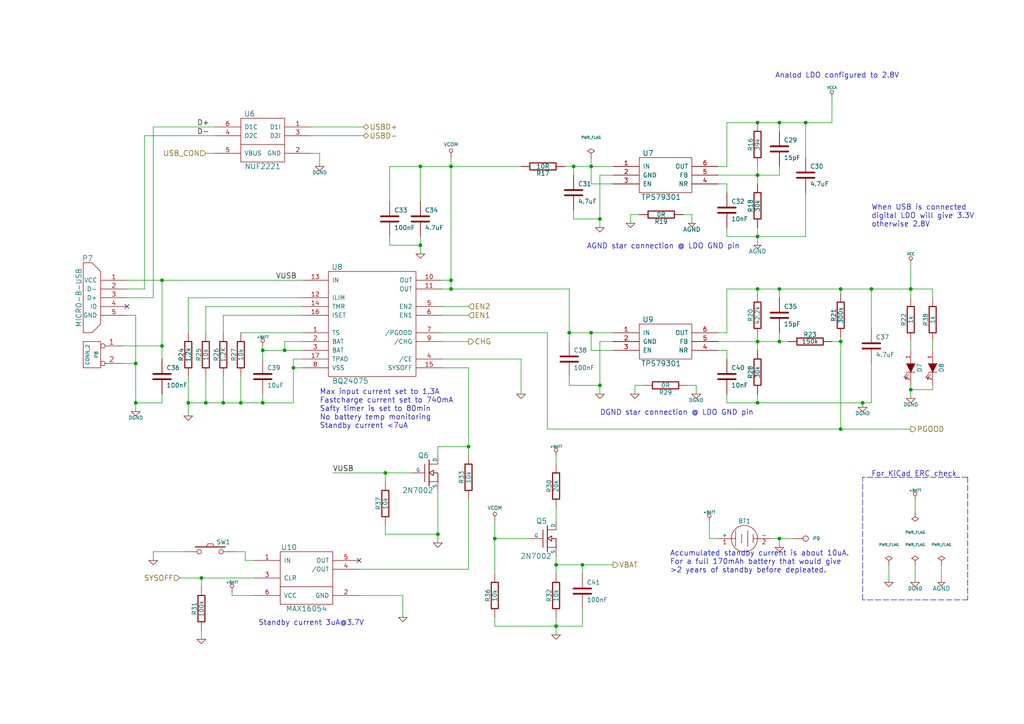
<source format=kicad_sch>
(kicad_sch (version 20211123) (generator eeschema)

  (uuid aa8663be-9516-4b07-84d2-4c4d668b8596)

  (paper "A4")

  (title_block
    (title "Crazyflie control board")
    (date "3 feb 2013")
    (rev "F")
    (company "Bitcraze AB (CC BY-NC-SA)")
  )

  (lib_symbols
    (symbol "Crazyflie-contol-board-rescue:+BATT" (power) (pin_names (offset 0)) (in_bom yes) (on_board yes)
      (property "Reference" "#PWR" (id 0) (at 0 -1.27 0)
        (effects (font (size 0.508 0.508)) hide)
      )
      (property "Value" "+BATT" (id 1) (at 0 2.54 0)
        (effects (font (size 0.762 0.762)))
      )
      (property "Footprint" "" (id 2) (at 0 0 0)
        (effects (font (size 1.27 1.27)) hide)
      )
      (property "Datasheet" "" (id 3) (at 0 0 0)
        (effects (font (size 1.27 1.27)) hide)
      )
      (symbol "+BATT_0_0"
        (pin power_in line (at 0 0 90) (length 0) hide
          (name "+BATT" (effects (font (size 0.508 0.508))))
          (number "1" (effects (font (size 0.508 0.508))))
        )
      )
      (symbol "+BATT_0_1"
        (polyline
          (pts
            (xy 0 0)
            (xy 0 1.016)
            (xy 0 1.016)
          )
          (stroke (width 0) (type default) (color 0 0 0 0))
          (fill (type none))
        )
        (circle (center 0 1.524) (radius 0.508)
          (stroke (width 0) (type default) (color 0 0 0 0))
          (fill (type none))
        )
      )
    )
    (symbol "Crazyflie-contol-board-rescue:AGND" (power) (pin_names (offset 0.254)) (in_bom yes) (on_board yes)
      (property "Reference" "#PWR" (id 0) (at 0 0 0)
        (effects (font (size 1.016 1.016)) hide)
      )
      (property "Value" "AGND" (id 1) (at 0 -1.778 0)
        (effects (font (size 1.27 1.27)))
      )
      (property "Footprint" "" (id 2) (at 0 0 0)
        (effects (font (size 1.27 1.27)) hide)
      )
      (property "Datasheet" "" (id 3) (at 0 0 0)
        (effects (font (size 1.27 1.27)) hide)
      )
      (symbol "AGND_0_1"
        (polyline
          (pts
            (xy -1.016 0)
            (xy 1.016 0)
            (xy 0 -1.016)
            (xy -1.016 0)
          )
          (stroke (width 0) (type default) (color 0 0 0 0))
          (fill (type none))
        )
      )
      (symbol "AGND_1_1"
        (pin power_in line (at 0 0 90) (length 0) hide
          (name "AGND" (effects (font (size 1.016 1.016))))
          (number "1" (effects (font (size 1.016 1.016))))
        )
      )
    )
    (symbol "Crazyflie-contol-board-rescue:BATTERY" (pin_names (offset 0)) (in_bom yes) (on_board yes)
      (property "Reference" "BT" (id 0) (at 0 5.08 0)
        (effects (font (size 1.27 1.27)))
      )
      (property "Value" "BATTERY" (id 1) (at 0 -4.826 0)
        (effects (font (size 1.27 1.27)))
      )
      (property "Footprint" "" (id 2) (at 0 0 0)
        (effects (font (size 1.27 1.27)) hide)
      )
      (property "Datasheet" "" (id 3) (at 0 0 0)
        (effects (font (size 1.27 1.27)) hide)
      )
      (symbol "BATTERY_0_1"
        (polyline
          (pts
            (xy -2.54 0)
            (xy -3.81 0)
          )
          (stroke (width 0) (type default) (color 0 0 0 0))
          (fill (type none))
        )
        (polyline
          (pts
            (xy -2.54 2.286)
            (xy -2.54 -2.2606)
          )
          (stroke (width 0.1524) (type default) (color 0 0 0 0))
          (fill (type none))
        )
        (polyline
          (pts
            (xy -0.7874 1.27)
            (xy -0.7874 -1.27)
          )
          (stroke (width 0.1524) (type default) (color 0 0 0 0))
          (fill (type none))
        )
        (polyline
          (pts
            (xy 0.9906 2.286)
            (xy 0.9906 -2.2606)
          )
          (stroke (width 0.1524) (type default) (color 0 0 0 0))
          (fill (type none))
        )
        (polyline
          (pts
            (xy 2.54 0)
            (xy 3.81 0)
          )
          (stroke (width 0) (type default) (color 0 0 0 0))
          (fill (type none))
        )
        (polyline
          (pts
            (xy 2.54 1.27)
            (xy 2.54 -1.27)
          )
          (stroke (width 0.1524) (type default) (color 0 0 0 0))
          (fill (type none))
        )
        (circle (center 0 0) (radius 3.81)
          (stroke (width 0.1524) (type default) (color 0 0 0 0))
          (fill (type none))
        )
      )
      (symbol "BATTERY_1_1"
        (pin passive line (at -7.62 0 0) (length 3.81)
          (name "+" (effects (font (size 1.27 1.27))))
          (number "1" (effects (font (size 1.27 1.27))))
        )
        (pin passive line (at 7.62 0 180) (length 3.81)
          (name "-" (effects (font (size 1.27 1.27))))
          (number "2" (effects (font (size 1.27 1.27))))
        )
      )
    )
    (symbol "Crazyflie-contol-board-rescue:BQ24075" (pin_names (offset 1.016)) (in_bom yes) (on_board yes)
      (property "Reference" "U" (id 0) (at -10.16 16.51 0)
        (effects (font (size 1.524 1.524)))
      )
      (property "Value" "BQ24075" (id 1) (at -6.35 -16.51 0)
        (effects (font (size 1.524 1.524)))
      )
      (property "Footprint" "" (id 2) (at 0 0 0)
        (effects (font (size 1.27 1.27)) hide)
      )
      (property "Datasheet" "" (id 3) (at 0 0 0)
        (effects (font (size 1.27 1.27)) hide)
      )
      (symbol "BQ24075_0_1"
        (rectangle (start -12.7 15.24) (end 12.7 -15.24)
          (stroke (width 0) (type default) (color 0 0 0 0))
          (fill (type none))
        )
      )
      (symbol "BQ24075_1_1"
        (pin input line (at -20.32 -2.54 0) (length 7.62)
          (name "TS" (effects (font (size 1.27 1.27))))
          (number "1" (effects (font (size 1.27 1.27))))
        )
        (pin power_out line (at 20.32 12.7 180) (length 7.62)
          (name "OUT" (effects (font (size 1.27 1.27))))
          (number "10" (effects (font (size 1.27 1.27))))
        )
        (pin passive line (at 20.32 10.16 180) (length 7.62)
          (name "OUT" (effects (font (size 1.27 1.27))))
          (number "11" (effects (font (size 1.27 1.27))))
        )
        (pin input line (at -20.32 7.62 0) (length 7.62)
          (name "ILIM" (effects (font (size 1.27 1.27))))
          (number "12" (effects (font (size 1.27 1.27))))
        )
        (pin power_in line (at -20.32 12.7 0) (length 7.62)
          (name "IN" (effects (font (size 1.27 1.27))))
          (number "13" (effects (font (size 1.27 1.27))))
        )
        (pin input line (at -20.32 5.08 0) (length 7.62)
          (name "TMR" (effects (font (size 1.27 1.27))))
          (number "14" (effects (font (size 1.27 1.27))))
        )
        (pin input line (at 20.32 -12.7 180) (length 7.62)
          (name "SYSOFF" (effects (font (size 1.27 1.27))))
          (number "15" (effects (font (size 1.27 1.27))))
        )
        (pin input line (at -20.32 2.54 0) (length 7.62)
          (name "ISET" (effects (font (size 1.27 1.27))))
          (number "16" (effects (font (size 1.27 1.27))))
        )
        (pin input line (at -20.32 -10.16 0) (length 7.62)
          (name "TPAD" (effects (font (size 1.27 1.27))))
          (number "17" (effects (font (size 1.27 1.27))))
        )
        (pin passive line (at -20.32 -5.08 0) (length 7.62)
          (name "BAT" (effects (font (size 1.27 1.27))))
          (number "2" (effects (font (size 1.27 1.27))))
        )
        (pin power_in line (at -20.32 -7.62 0) (length 7.62)
          (name "BAT" (effects (font (size 1.27 1.27))))
          (number "3" (effects (font (size 1.27 1.27))))
        )
        (pin input line (at 20.32 -10.16 180) (length 7.62)
          (name "/CE" (effects (font (size 1.27 1.27))))
          (number "4" (effects (font (size 1.27 1.27))))
        )
        (pin input line (at 20.32 5.08 180) (length 7.62)
          (name "EN2" (effects (font (size 1.27 1.27))))
          (number "5" (effects (font (size 1.27 1.27))))
        )
        (pin input line (at 20.32 2.54 180) (length 7.62)
          (name "EN1" (effects (font (size 1.27 1.27))))
          (number "6" (effects (font (size 1.27 1.27))))
        )
        (pin output line (at 20.32 -2.54 180) (length 7.62)
          (name "/PGOOD" (effects (font (size 1.27 1.27))))
          (number "7" (effects (font (size 1.27 1.27))))
        )
        (pin power_in line (at -20.32 -12.7 0) (length 7.62)
          (name "VSS" (effects (font (size 1.27 1.27))))
          (number "8" (effects (font (size 1.27 1.27))))
        )
        (pin output line (at 20.32 -5.08 180) (length 7.62)
          (name "/CHG" (effects (font (size 1.27 1.27))))
          (number "9" (effects (font (size 1.27 1.27))))
        )
      )
    )
    (symbol "Crazyflie-contol-board-rescue:C" (pin_numbers hide) (pin_names (offset 0.254)) (in_bom yes) (on_board yes)
      (property "Reference" "C" (id 0) (at 1.27 2.54 0)
        (effects (font (size 1.27 1.27)) (justify left))
      )
      (property "Value" "C" (id 1) (at 1.27 -2.54 0)
        (effects (font (size 1.27 1.27)) (justify left))
      )
      (property "Footprint" "" (id 2) (at 0 0 0)
        (effects (font (size 1.27 1.27)) hide)
      )
      (property "Datasheet" "" (id 3) (at 0 0 0)
        (effects (font (size 1.27 1.27)) hide)
      )
      (property "ki_fp_filters" "SM* C? C1-1" (id 4) (at 0 0 0)
        (effects (font (size 1.27 1.27)) hide)
      )
      (symbol "C_0_1"
        (polyline
          (pts
            (xy -2.54 -0.762)
            (xy 2.54 -0.762)
          )
          (stroke (width 0.508) (type default) (color 0 0 0 0))
          (fill (type none))
        )
        (polyline
          (pts
            (xy -2.54 0.762)
            (xy 2.54 0.762)
          )
          (stroke (width 0.508) (type default) (color 0 0 0 0))
          (fill (type none))
        )
      )
      (symbol "C_1_1"
        (pin passive line (at 0 5.08 270) (length 4.318)
          (name "~" (effects (font (size 1.016 1.016))))
          (number "1" (effects (font (size 1.016 1.016))))
        )
        (pin passive line (at 0 -5.08 90) (length 4.318)
          (name "~" (effects (font (size 1.016 1.016))))
          (number "2" (effects (font (size 1.016 1.016))))
        )
      )
    )
    (symbol "Crazyflie-contol-board-rescue:CONN_1" (pin_numbers hide) (pin_names (offset 0.762) hide) (in_bom yes) (on_board yes)
      (property "Reference" "P" (id 0) (at 2.032 0 0)
        (effects (font (size 1.016 1.016)) (justify left))
      )
      (property "Value" "CONN_1" (id 1) (at 0 1.397 0)
        (effects (font (size 0.762 0.762)) hide)
      )
      (property "Footprint" "" (id 2) (at 0 0 0)
        (effects (font (size 1.27 1.27)) hide)
      )
      (property "Datasheet" "" (id 3) (at 0 0 0)
        (effects (font (size 1.27 1.27)) hide)
      )
      (symbol "CONN_1_0_1"
        (polyline
          (pts
            (xy -0.762 0)
            (xy -1.27 0)
          )
          (stroke (width 0) (type default) (color 0 0 0 0))
          (fill (type none))
        )
        (circle (center 0 0) (radius 0.7874)
          (stroke (width 0) (type default) (color 0 0 0 0))
          (fill (type none))
        )
      )
      (symbol "CONN_1_1_1"
        (pin passive line (at -3.81 0 0) (length 2.54)
          (name "1" (effects (font (size 1.524 1.524))))
          (number "1" (effects (font (size 1.524 1.524))))
        )
      )
    )
    (symbol "Crazyflie-contol-board-rescue:CONN_2" (pin_names (offset 1.016) hide) (in_bom yes) (on_board yes)
      (property "Reference" "P" (id 0) (at -1.27 0 90)
        (effects (font (size 1.016 1.016)))
      )
      (property "Value" "CONN_2" (id 1) (at 1.27 0 90)
        (effects (font (size 1.016 1.016)))
      )
      (property "Footprint" "" (id 2) (at 0 0 0)
        (effects (font (size 1.27 1.27)) hide)
      )
      (property "Datasheet" "" (id 3) (at 0 0 0)
        (effects (font (size 1.27 1.27)) hide)
      )
      (symbol "CONN_2_0_1"
        (rectangle (start -2.54 3.81) (end 2.54 -3.81)
          (stroke (width 0) (type default) (color 0 0 0 0))
          (fill (type none))
        )
      )
      (symbol "CONN_2_1_1"
        (pin passive inverted (at -8.89 2.54 0) (length 6.35)
          (name "P1" (effects (font (size 1.524 1.524))))
          (number "1" (effects (font (size 1.524 1.524))))
        )
        (pin passive inverted (at -8.89 -2.54 0) (length 6.35)
          (name "PM" (effects (font (size 1.524 1.524))))
          (number "2" (effects (font (size 1.524 1.524))))
        )
      )
    )
    (symbol "Crazyflie-contol-board-rescue:DGND" (power) (pin_names (offset 1.016)) (in_bom yes) (on_board yes)
      (property "Reference" "#PWR" (id 0) (at 0 0 0)
        (effects (font (size 1.016 1.016)) hide)
      )
      (property "Value" "DGND" (id 1) (at 0 -1.778 0)
        (effects (font (size 1.016 1.016)))
      )
      (property "Footprint" "" (id 2) (at 0 0 0)
        (effects (font (size 1.27 1.27)) hide)
      )
      (property "Datasheet" "" (id 3) (at 0 0 0)
        (effects (font (size 1.27 1.27)) hide)
      )
      (symbol "DGND_0_1"
        (polyline
          (pts
            (xy -1.27 0)
            (xy 0 -1.27)
            (xy 1.27 0)
            (xy -1.27 0)
          )
          (stroke (width 0) (type default) (color 0 0 0 0))
          (fill (type none))
        )
      )
      (symbol "DGND_1_1"
        (pin power_in line (at 0 0 90) (length 0) hide
          (name "DGND" (effects (font (size 1.016 1.016))))
          (number "1" (effects (font (size 1.016 1.016))))
        )
      )
    )
    (symbol "Crazyflie-contol-board-rescue:GND" (power) (pin_names (offset 0)) (in_bom yes) (on_board yes)
      (property "Reference" "#PWR" (id 0) (at 0 0 0)
        (effects (font (size 0.762 0.762)) hide)
      )
      (property "Value" "GND" (id 1) (at 0 -1.778 0)
        (effects (font (size 0.762 0.762)) hide)
      )
      (property "Footprint" "" (id 2) (at 0 0 0)
        (effects (font (size 1.27 1.27)) hide)
      )
      (property "Datasheet" "" (id 3) (at 0 0 0)
        (effects (font (size 1.27 1.27)) hide)
      )
      (symbol "GND_0_1"
        (polyline
          (pts
            (xy -1.27 0)
            (xy 0 -1.27)
            (xy 1.27 0)
            (xy -1.27 0)
          )
          (stroke (width 0) (type default) (color 0 0 0 0))
          (fill (type none))
        )
      )
      (symbol "GND_1_1"
        (pin power_in line (at 0 0 90) (length 0) hide
          (name "GND" (effects (font (size 0.762 0.762))))
          (number "1" (effects (font (size 0.762 0.762))))
        )
      )
    )
    (symbol "Crazyflie-contol-board-rescue:LED" (pin_names (offset 1.016) hide) (in_bom yes) (on_board yes)
      (property "Reference" "D" (id 0) (at 0 2.54 0)
        (effects (font (size 1.27 1.27)))
      )
      (property "Value" "LED" (id 1) (at 0 -2.54 0)
        (effects (font (size 1.27 1.27)))
      )
      (property "Footprint" "" (id 2) (at 0 0 0)
        (effects (font (size 1.27 1.27)) hide)
      )
      (property "Datasheet" "" (id 3) (at 0 0 0)
        (effects (font (size 1.27 1.27)) hide)
      )
      (property "ki_fp_filters" "LED-3MM LED-5MM LED-10MM LED-0603 LED-0805 LED-1206 LEDV" (id 4) (at 0 0 0)
        (effects (font (size 1.27 1.27)) hide)
      )
      (symbol "LED_0_1"
        (polyline
          (pts
            (xy 1.27 1.27)
            (xy 1.27 -1.27)
          )
          (stroke (width 0) (type default) (color 0 0 0 0))
          (fill (type none))
        )
        (polyline
          (pts
            (xy -1.27 1.27)
            (xy 1.27 0)
            (xy -1.27 -1.27)
          )
          (stroke (width 0) (type default) (color 0 0 0 0))
          (fill (type outline))
        )
        (polyline
          (pts
            (xy 1.651 -1.016)
            (xy 2.794 -2.032)
            (xy 2.667 -1.397)
          )
          (stroke (width 0) (type default) (color 0 0 0 0))
          (fill (type none))
        )
        (polyline
          (pts
            (xy 2.032 -0.635)
            (xy 3.175 -1.651)
            (xy 3.048 -1.016)
          )
          (stroke (width 0) (type default) (color 0 0 0 0))
          (fill (type none))
        )
      )
      (symbol "LED_1_1"
        (pin passive line (at -5.08 0 0) (length 3.81)
          (name "A" (effects (font (size 1.016 1.016))))
          (number "1" (effects (font (size 1.016 1.016))))
        )
        (pin passive line (at 5.08 0 180) (length 3.81)
          (name "K" (effects (font (size 1.016 1.016))))
          (number "2" (effects (font (size 1.016 1.016))))
        )
      )
    )
    (symbol "Crazyflie-contol-board-rescue:MAX16054" (pin_names (offset 1.016)) (in_bom yes) (on_board yes)
      (property "Reference" "U" (id 0) (at -5.08 8.89 0)
        (effects (font (size 1.524 1.524)))
      )
      (property "Value" "MAX16054" (id 1) (at 0 -8.89 0)
        (effects (font (size 1.524 1.524)))
      )
      (property "Footprint" "" (id 2) (at 0 0 0)
        (effects (font (size 1.27 1.27)) hide)
      )
      (property "Datasheet" "" (id 3) (at 0 0 0)
        (effects (font (size 1.27 1.27)) hide)
      )
      (property "ki_fp_filters" "SOT236" (id 4) (at 0 0 0)
        (effects (font (size 1.27 1.27)) hide)
      )
      (symbol "MAX16054_0_1"
        (rectangle (start -7.62 7.62) (end 7.62 -7.62)
          (stroke (width 0) (type default) (color 0 0 0 0))
          (fill (type none))
        )
        (polyline
          (pts
            (xy -7.62 -2.54)
            (xy 7.62 -2.54)
          )
          (stroke (width 0) (type default) (color 0 0 0 0))
          (fill (type none))
        )
      )
      (symbol "MAX16054_1_1"
        (pin input line (at -15.24 5.08 0) (length 7.62)
          (name "IN" (effects (font (size 1.27 1.27))))
          (number "1" (effects (font (size 1.27 1.27))))
        )
        (pin input line (at 15.24 -5.08 180) (length 7.62)
          (name "GND" (effects (font (size 1.27 1.27))))
          (number "2" (effects (font (size 1.27 1.27))))
        )
        (pin input line (at -15.24 0 0) (length 7.62)
          (name "CLR" (effects (font (size 1.27 1.27))))
          (number "3" (effects (font (size 1.27 1.27))))
        )
        (pin output line (at 15.24 2.54 180) (length 7.62)
          (name "/OUT" (effects (font (size 1.27 1.27))))
          (number "4" (effects (font (size 1.27 1.27))))
        )
        (pin output line (at 15.24 5.08 180) (length 7.62)
          (name "OUT" (effects (font (size 1.27 1.27))))
          (number "5" (effects (font (size 1.27 1.27))))
        )
        (pin input line (at -15.24 -5.08 0) (length 7.62)
          (name "VCC" (effects (font (size 1.27 1.27))))
          (number "6" (effects (font (size 1.27 1.27))))
        )
      )
    )
    (symbol "Crazyflie-contol-board-rescue:MICRO-B-USB" (pin_names (offset 1.016)) (in_bom yes) (on_board yes)
      (property "Reference" "P" (id 0) (at -1.27 11.43 0)
        (effects (font (size 1.524 1.524)))
      )
      (property "Value" "MICRO-B-USB" (id 1) (at -3.81 0 90)
        (effects (font (size 1.524 1.524)))
      )
      (property "Footprint" "" (id 2) (at 0 0 0)
        (effects (font (size 1.27 1.27)) hide)
      )
      (property "Datasheet" "" (id 3) (at 0 0 0)
        (effects (font (size 1.27 1.27)) hide)
      )
      (symbol "MICRO-B-USB_0_1"
        (polyline
          (pts
            (xy 2.54 0)
            (xy 2.54 7.62)
            (xy 0 10.16)
            (xy -2.54 10.16)
            (xy -2.54 -10.16)
            (xy 0 -10.16)
            (xy 2.54 -7.62)
            (xy 2.54 0)
          )
          (stroke (width 0) (type default) (color 0 0 0 0))
          (fill (type none))
        )
      )
      (symbol "MICRO-B-USB_1_1"
        (pin power_out line (at 10.16 5.08 180) (length 7.62)
          (name "VCC" (effects (font (size 1.27 1.27))))
          (number "1" (effects (font (size 1.27 1.27))))
        )
        (pin bidirectional line (at 10.16 2.54 180) (length 7.62)
          (name "D-" (effects (font (size 1.27 1.27))))
          (number "2" (effects (font (size 1.27 1.27))))
        )
        (pin bidirectional line (at 10.16 0 180) (length 7.62)
          (name "D+" (effects (font (size 1.27 1.27))))
          (number "3" (effects (font (size 1.27 1.27))))
        )
        (pin bidirectional line (at 10.16 -2.54 180) (length 7.62)
          (name "ID" (effects (font (size 1.27 1.27))))
          (number "4" (effects (font (size 1.27 1.27))))
        )
        (pin power_in line (at 10.16 -5.08 180) (length 7.62)
          (name "GND" (effects (font (size 1.27 1.27))))
          (number "5" (effects (font (size 1.27 1.27))))
        )
      )
    )
    (symbol "Crazyflie-contol-board-rescue:MOSFET_N" (pin_numbers hide) (pin_names (offset 0)) (in_bom yes) (on_board yes)
      (property "Reference" "Q" (id 0) (at 0.254 4.318 0)
        (effects (font (size 1.524 1.524)) (justify right))
      )
      (property "Value" "MOSFET_N" (id 1) (at 0.254 -3.81 0)
        (effects (font (size 1.524 1.524)) (justify right))
      )
      (property "Footprint" "" (id 2) (at 0 0 0)
        (effects (font (size 1.27 1.27)) hide)
      )
      (property "Datasheet" "" (id 3) (at 0 0 0)
        (effects (font (size 1.27 1.27)) hide)
      )
      (symbol "MOSFET_N_0_1"
        (polyline
          (pts
            (xy -1.27 -2.54)
            (xy -1.27 2.54)
          )
          (stroke (width 0.2032) (type default) (color 0 0 0 0))
          (fill (type none))
        )
        (polyline
          (pts
            (xy 0 -3.81)
            (xy 0 3.81)
          )
          (stroke (width 0.254) (type default) (color 0 0 0 0))
          (fill (type none))
        )
        (polyline
          (pts
            (xy 2.54 -2.54)
            (xy 0 -2.54)
          )
          (stroke (width 0) (type default) (color 0 0 0 0))
          (fill (type none))
        )
        (polyline
          (pts
            (xy 2.54 2.54)
            (xy 0 2.54)
          )
          (stroke (width 0) (type default) (color 0 0 0 0))
          (fill (type none))
        )
        (polyline
          (pts
            (xy 2.54 -2.54)
            (xy 2.54 0)
            (xy 1.27 0)
          )
          (stroke (width 0.2032) (type default) (color 0 0 0 0))
          (fill (type none))
        )
        (polyline
          (pts
            (xy 1.27 0.762)
            (xy 1.27 -0.762)
            (xy 0 0)
            (xy 1.27 0.762)
            (xy 1.27 0.762)
          )
          (stroke (width 0.2032) (type default) (color 0 0 0 0))
          (fill (type none))
        )
      )
      (symbol "MOSFET_N_1_1"
        (pin passive line (at 2.54 5.08 270) (length 2.54)
          (name "D" (effects (font (size 1.016 1.016))))
          (number "D" (effects (font (size 1.016 1.016))))
        )
        (pin input line (at -5.08 0 0) (length 3.81)
          (name "G" (effects (font (size 1.016 1.016))))
          (number "G" (effects (font (size 1.016 1.016))))
        )
        (pin passive line (at 2.54 -5.08 90) (length 2.54)
          (name "S" (effects (font (size 1.016 1.016))))
          (number "S" (effects (font (size 1.016 1.016))))
        )
      )
    )
    (symbol "Crazyflie-contol-board-rescue:NUF2221" (pin_names (offset 1.016)) (in_bom yes) (on_board yes)
      (property "Reference" "U" (id 0) (at -3.81 6.35 0)
        (effects (font (size 1.524 1.524)))
      )
      (property "Value" "NUF2221" (id 1) (at 0 -8.89 0)
        (effects (font (size 1.524 1.524)))
      )
      (property "Footprint" "" (id 2) (at 0 0 0)
        (effects (font (size 1.27 1.27)) hide)
      )
      (property "Datasheet" "" (id 3) (at 0 0 0)
        (effects (font (size 1.27 1.27)) hide)
      )
      (symbol "NUF2221_0_1"
        (rectangle (start -6.35 5.08) (end 6.35 -7.62)
          (stroke (width 0) (type default) (color 0 0 0 0))
          (fill (type none))
        )
        (polyline
          (pts
            (xy -6.35 -2.54)
            (xy 6.35 -2.54)
          )
          (stroke (width 0) (type default) (color 0 0 0 0))
          (fill (type none))
        )
      )
      (symbol "NUF2221_1_1"
        (pin input line (at 13.97 2.54 180) (length 7.62)
          (name "D1I" (effects (font (size 1.27 1.27))))
          (number "1" (effects (font (size 1.27 1.27))))
        )
        (pin input line (at 13.97 -5.08 180) (length 7.62)
          (name "GND" (effects (font (size 1.27 1.27))))
          (number "2" (effects (font (size 1.27 1.27))))
        )
        (pin input line (at 13.97 0 180) (length 7.62)
          (name "D2I" (effects (font (size 1.27 1.27))))
          (number "3" (effects (font (size 1.27 1.27))))
        )
        (pin input line (at -13.97 0 0) (length 7.62)
          (name "D2C" (effects (font (size 1.27 1.27))))
          (number "4" (effects (font (size 1.27 1.27))))
        )
        (pin input line (at -13.97 -5.08 0) (length 7.62)
          (name "VBUS" (effects (font (size 1.27 1.27))))
          (number "5" (effects (font (size 1.27 1.27))))
        )
        (pin input line (at -13.97 2.54 0) (length 7.62)
          (name "D1C" (effects (font (size 1.27 1.27))))
          (number "6" (effects (font (size 1.27 1.27))))
        )
      )
    )
    (symbol "Crazyflie-contol-board-rescue:R" (pin_numbers hide) (pin_names (offset 0)) (in_bom yes) (on_board yes)
      (property "Reference" "R" (id 0) (at 2.032 0 90)
        (effects (font (size 1.27 1.27)))
      )
      (property "Value" "R" (id 1) (at 0 0 90)
        (effects (font (size 1.27 1.27)))
      )
      (property "Footprint" "" (id 2) (at 0 0 0)
        (effects (font (size 1.27 1.27)) hide)
      )
      (property "Datasheet" "" (id 3) (at 0 0 0)
        (effects (font (size 1.27 1.27)) hide)
      )
      (property "ki_fp_filters" "R? SM0603 SM0805 R?-* SM1206" (id 4) (at 0 0 0)
        (effects (font (size 1.27 1.27)) hide)
      )
      (symbol "R_0_1"
        (rectangle (start -1.016 3.81) (end 1.016 -3.81)
          (stroke (width 0.3048) (type default) (color 0 0 0 0))
          (fill (type none))
        )
      )
      (symbol "R_1_1"
        (pin passive line (at 0 6.35 270) (length 2.54)
          (name "~" (effects (font (size 1.524 1.524))))
          (number "1" (effects (font (size 1.524 1.524))))
        )
        (pin passive line (at 0 -6.35 90) (length 2.54)
          (name "~" (effects (font (size 1.524 1.524))))
          (number "2" (effects (font (size 1.524 1.524))))
        )
      )
    )
    (symbol "Crazyflie-contol-board-rescue:SW_PUSH" (pin_numbers hide) (pin_names (offset 1.016) hide) (in_bom yes) (on_board yes)
      (property "Reference" "SW" (id 0) (at 3.81 2.794 0)
        (effects (font (size 1.27 1.27)))
      )
      (property "Value" "SW_PUSH" (id 1) (at 0 -2.032 0)
        (effects (font (size 1.27 1.27)))
      )
      (property "Footprint" "" (id 2) (at 0 0 0)
        (effects (font (size 1.27 1.27)) hide)
      )
      (property "Datasheet" "" (id 3) (at 0 0 0)
        (effects (font (size 1.27 1.27)) hide)
      )
      (symbol "SW_PUSH_0_1"
        (rectangle (start -4.318 1.27) (end 4.318 1.524)
          (stroke (width 0) (type default) (color 0 0 0 0))
          (fill (type none))
        )
        (polyline
          (pts
            (xy -1.016 1.524)
            (xy -0.762 2.286)
            (xy 0.762 2.286)
            (xy 1.016 1.524)
          )
          (stroke (width 0) (type default) (color 0 0 0 0))
          (fill (type none))
        )
        (pin passive inverted (at -7.62 0 0) (length 5.08)
          (name "1" (effects (font (size 1.524 1.524))))
          (number "1" (effects (font (size 1.524 1.524))))
        )
        (pin passive inverted (at 7.62 0 180) (length 5.08)
          (name "2" (effects (font (size 1.524 1.524))))
          (number "2" (effects (font (size 1.524 1.524))))
        )
      )
    )
    (symbol "Crazyflie-contol-board-rescue:TPS79301" (pin_names (offset 1.016)) (in_bom yes) (on_board yes)
      (property "Reference" "U" (id 0) (at -6.35 8.89 0)
        (effects (font (size 1.524 1.524)))
      )
      (property "Value" "TPS79301" (id 1) (at -2.54 6.35 0)
        (effects (font (size 1.524 1.524)))
      )
      (property "Footprint" "" (id 2) (at 0 0 0)
        (effects (font (size 1.27 1.27)) hide)
      )
      (property "Datasheet" "" (id 3) (at 0 0 0)
        (effects (font (size 1.27 1.27)) hide)
      )
      (symbol "TPS79301_0_1"
        (rectangle (start -7.62 5.08) (end 7.62 -5.08)
          (stroke (width 0) (type default) (color 0 0 0 0))
          (fill (type none))
        )
      )
      (symbol "TPS79301_1_1"
        (pin power_in line (at -15.24 2.54 0) (length 7.62)
          (name "IN" (effects (font (size 1.27 1.27))))
          (number "1" (effects (font (size 1.27 1.27))))
        )
        (pin power_in line (at -15.24 0 0) (length 7.62)
          (name "GND" (effects (font (size 1.27 1.27))))
          (number "2" (effects (font (size 1.27 1.27))))
        )
        (pin input line (at -15.24 -2.54 0) (length 7.62)
          (name "EN" (effects (font (size 1.27 1.27))))
          (number "3" (effects (font (size 1.27 1.27))))
        )
        (pin passive line (at 15.24 -2.54 180) (length 7.62)
          (name "NR" (effects (font (size 1.27 1.27))))
          (number "4" (effects (font (size 1.27 1.27))))
        )
        (pin input line (at 15.24 0 180) (length 7.62)
          (name "FB" (effects (font (size 1.27 1.27))))
          (number "5" (effects (font (size 1.27 1.27))))
        )
        (pin power_out line (at 15.24 2.54 180) (length 7.62)
          (name "OUT" (effects (font (size 1.27 1.27))))
          (number "6" (effects (font (size 1.27 1.27))))
        )
      )
    )
    (symbol "Crazyflie-contol-board-rescue:VCC" (power) (pin_names (offset 0)) (in_bom yes) (on_board yes)
      (property "Reference" "#PWR" (id 0) (at 0 2.54 0)
        (effects (font (size 0.762 0.762)) hide)
      )
      (property "Value" "VCC" (id 1) (at 0 2.54 0)
        (effects (font (size 0.762 0.762)))
      )
      (property "Footprint" "" (id 2) (at 0 0 0)
        (effects (font (size 1.27 1.27)) hide)
      )
      (property "Datasheet" "" (id 3) (at 0 0 0)
        (effects (font (size 1.27 1.27)) hide)
      )
      (symbol "VCC_0_0"
        (pin power_in line (at 0 0 90) (length 0) hide
          (name "VCC" (effects (font (size 0.508 0.508))))
          (number "1" (effects (font (size 0.508 0.508))))
        )
      )
      (symbol "VCC_0_1"
        (polyline
          (pts
            (xy 0 0)
            (xy 0 0.762)
            (xy 0 0.762)
          )
          (stroke (width 0) (type default) (color 0 0 0 0))
          (fill (type none))
        )
        (circle (center 0 1.27) (radius 0.508)
          (stroke (width 0) (type default) (color 0 0 0 0))
          (fill (type none))
        )
      )
    )
    (symbol "Crazyflie-contol-board-rescue:VCCA" (power) (pin_names (offset 0)) (in_bom yes) (on_board yes)
      (property "Reference" "#PWR" (id 0) (at 0 2.54 0)
        (effects (font (size 0.762 0.762)) hide)
      )
      (property "Value" "VCCA" (id 1) (at 0 2.54 0)
        (effects (font (size 0.762 0.762)))
      )
      (property "Footprint" "" (id 2) (at 0 0 0)
        (effects (font (size 1.27 1.27)) hide)
      )
      (property "Datasheet" "" (id 3) (at 0 0 0)
        (effects (font (size 1.27 1.27)) hide)
      )
      (symbol "VCCA_0_0"
        (pin power_in line (at 0 0 90) (length 0) hide
          (name "VCCA" (effects (font (size 0.508 0.508))))
          (number "1" (effects (font (size 0.508 0.508))))
        )
      )
      (symbol "VCCA_0_1"
        (polyline
          (pts
            (xy 0 0)
            (xy 0 0.762)
            (xy 0 0.762)
          )
          (stroke (width 0) (type default) (color 0 0 0 0))
          (fill (type none))
        )
        (circle (center 0 1.27) (radius 0.508)
          (stroke (width 0) (type default) (color 0 0 0 0))
          (fill (type none))
        )
      )
    )
    (symbol "Crazyflie-contol-board-rescue:VCOM" (pin_names (offset 0)) (in_bom yes) (on_board yes)
      (property "Reference" "#PWR" (id 0) (at 0 5.08 0)
        (effects (font (size 1.016 1.016)) hide)
      )
      (property "Value" "VCOM" (id 1) (at 0 3.81 0)
        (effects (font (size 1.016 1.016)))
      )
      (property "Footprint" "" (id 2) (at 0 0 0)
        (effects (font (size 1.27 1.27)) hide)
      )
      (property "Datasheet" "" (id 3) (at 0 0 0)
        (effects (font (size 1.27 1.27)) hide)
      )
      (symbol "VCOM_0_0"
        (pin power_in line (at 0 0 90) (length 0) hide
          (name "VCOM" (effects (font (size 1.016 1.016))))
          (number "1" (effects (font (size 1.016 1.016))))
        )
      )
      (symbol "VCOM_0_1"
        (polyline
          (pts
            (xy 0 1.524)
            (xy 0 0)
          )
          (stroke (width 0) (type default) (color 0 0 0 0))
          (fill (type none))
        )
        (circle (center 0 2.032) (radius 0.508)
          (stroke (width 0) (type default) (color 0 0 0 0))
          (fill (type none))
        )
      )
    )
    (symbol "power:PWR_FLAG" (power) (pin_numbers hide) (pin_names (offset 0) hide) (in_bom yes) (on_board yes)
      (property "Reference" "#FLG" (id 0) (at 0 1.905 0)
        (effects (font (size 1.27 1.27)) hide)
      )
      (property "Value" "PWR_FLAG" (id 1) (at 0 3.81 0)
        (effects (font (size 1.27 1.27)))
      )
      (property "Footprint" "" (id 2) (at 0 0 0)
        (effects (font (size 1.27 1.27)) hide)
      )
      (property "Datasheet" "~" (id 3) (at 0 0 0)
        (effects (font (size 1.27 1.27)) hide)
      )
      (property "ki_keywords" "power-flag" (id 4) (at 0 0 0)
        (effects (font (size 1.27 1.27)) hide)
      )
      (property "ki_description" "Special symbol for telling ERC where power comes from" (id 5) (at 0 0 0)
        (effects (font (size 1.27 1.27)) hide)
      )
      (symbol "PWR_FLAG_0_0"
        (pin power_out line (at 0 0 90) (length 0)
          (name "pwr" (effects (font (size 1.27 1.27))))
          (number "1" (effects (font (size 1.27 1.27))))
        )
      )
      (symbol "PWR_FLAG_0_1"
        (polyline
          (pts
            (xy 0 0)
            (xy 0 1.27)
            (xy -1.016 1.905)
            (xy 0 2.54)
            (xy 1.016 1.905)
            (xy 0 1.27)
          )
          (stroke (width 0) (type default) (color 0 0 0 0))
          (fill (type none))
        )
      )
    )
  )

  (junction (at 250.19 116.84) (diameter 0) (color 0 0 0 0)
    (uuid 044de712-d3da-40ed-9c9f-d91ef285c74c)
  )
  (junction (at 76.2 116.84) (diameter 0) (color 0 0 0 0)
    (uuid 082aed28-f9e8-49e7-96ee-b5aa9f0319c7)
  )
  (junction (at 171.45 48.26) (diameter 0) (color 0 0 0 0)
    (uuid 0a5610bb-d01a-4417-8271-dc424dd2c838)
  )
  (junction (at 219.71 50.8) (diameter 0) (color 0 0 0 0)
    (uuid 15ea3484-2685-47cb-9e01-ec01c6d477b8)
  )
  (junction (at 135.89 129.54) (diameter 0) (color 0 0 0 0)
    (uuid 165f4d8d-26a9-4cf2-a8d6-9936cd983be4)
  )
  (junction (at 219.71 116.84) (diameter 0) (color 0 0 0 0)
    (uuid 1732b93f-cd0e-4ca4-a905-bb406354ca33)
  )
  (junction (at 166.37 48.26) (diameter 0) (color 0 0 0 0)
    (uuid 1cb64bfe-d819-47e3-be11-515b04f2c451)
  )
  (junction (at 226.06 99.06) (diameter 0) (color 0 0 0 0)
    (uuid 1d0d5161-c82f-4c77-a9ca-15d017db65d3)
  )
  (junction (at 130.81 81.28) (diameter 0) (color 0 0 0 0)
    (uuid 22c28634-55a5-4f76-9217-6b70ddd108b8)
  )
  (junction (at 171.45 96.52) (diameter 0) (color 0 0 0 0)
    (uuid 3335d379-08d8-4469-9fa1-495ed5a43fba)
  )
  (junction (at 168.91 163.83) (diameter 0) (color 0 0 0 0)
    (uuid 348dc703-3cab-4547-b664-e8b335a6083c)
  )
  (junction (at 219.71 83.82) (diameter 0) (color 0 0 0 0)
    (uuid 3579cf2f-29b0-46b6-a07d-483fb5586322)
  )
  (junction (at 59.69 116.84) (diameter 0) (color 0 0 0 0)
    (uuid 3656bb3f-f8a4-4f3a-8e9a-ec6203c87a56)
  )
  (junction (at 130.81 48.26) (diameter 0) (color 0 0 0 0)
    (uuid 386faf3f-2adf-472a-84bf-bd511edf2429)
  )
  (junction (at 226.06 83.82) (diameter 0) (color 0 0 0 0)
    (uuid 406d491e-5b01-46dc-a768-fd0992cdb346)
  )
  (junction (at 219.71 99.06) (diameter 0) (color 0 0 0 0)
    (uuid 44b926bf-8bdd-4191-846d-2dfabab2cecb)
  )
  (junction (at 264.16 113.03) (diameter 0) (color 0 0 0 0)
    (uuid 49a65079-57a9-46fc-8711-1d7f2cab8dbf)
  )
  (junction (at 76.2 101.6) (diameter 0) (color 0 0 0 0)
    (uuid 49d97c73-e37a-4154-9d0a-88037e40cc11)
  )
  (junction (at 111.76 137.16) (diameter 0) (color 0 0 0 0)
    (uuid 4d967454-338c-4b89-8534-9457e15bf2f2)
  )
  (junction (at 39.37 105.41) (diameter 0) (color 0 0 0 0)
    (uuid 59f60168-cced-43c9-aaa5-41a1a8a2f631)
  )
  (junction (at 82.55 101.6) (diameter 0) (color 0 0 0 0)
    (uuid 5a390647-51ba-4684-b747-9001f749ff71)
  )
  (junction (at 130.81 83.82) (diameter 0) (color 0 0 0 0)
    (uuid 5eb16f0d-ef1e-4549-97a1-19cd06ad7236)
  )
  (junction (at 127 154.94) (diameter 0) (color 0 0 0 0)
    (uuid 5eedf685-0df3-4da8-aded-0e6ed1cb2507)
  )
  (junction (at 64.77 116.84) (diameter 0) (color 0 0 0 0)
    (uuid 6b6d35dc-fa1d-46c5-87c0-b0652011059d)
  )
  (junction (at 46.99 81.28) (diameter 0) (color 0 0 0 0)
    (uuid 6b8c153e-62fe-42fb-aa7f-caef740ef6fd)
  )
  (junction (at 252.73 83.82) (diameter 0) (color 0 0 0 0)
    (uuid 722636b6-8ff0-452f-9357-23deb317d921)
  )
  (junction (at 226.06 35.56) (diameter 0) (color 0 0 0 0)
    (uuid 72366acb-6c86-4134-89df-01ed6e4dc8e0)
  )
  (junction (at 121.92 48.26) (diameter 0) (color 0 0 0 0)
    (uuid 7943ed8c-e760-4ace-9c5f-baf5589fae39)
  )
  (junction (at 243.84 83.82) (diameter 0) (color 0 0 0 0)
    (uuid 7f064424-06a6-4f5b-87d6-1970ae527766)
  )
  (junction (at 226.06 156.21) (diameter 0) (color 0 0 0 0)
    (uuid 8aeda7bd-b078-427a-a185-d5bc595c6436)
  )
  (junction (at 58.42 167.64) (diameter 0) (color 0 0 0 0)
    (uuid 96781640-c07e-4eea-a372-067ded96b703)
  )
  (junction (at 161.29 163.83) (diameter 0) (color 0 0 0 0)
    (uuid 9a595c4c-9ac1-4ae3-8ff3-1b7f2281a894)
  )
  (junction (at 161.29 181.61) (diameter 0) (color 0 0 0 0)
    (uuid 9b07d532-5f76-4469-8dbf-25ac27eef589)
  )
  (junction (at 165.1 96.52) (diameter 0) (color 0 0 0 0)
    (uuid aae6bc05-6036-4fc6-8be7-c70daf5c8932)
  )
  (junction (at 121.92 71.12) (diameter 0) (color 0 0 0 0)
    (uuid b1ba92d5-0d41-4be9-b483-47d08dc1785d)
  )
  (junction (at 243.84 124.46) (diameter 0) (color 0 0 0 0)
    (uuid b7c09c15-282b-4731-8942-008851172201)
  )
  (junction (at 54.61 116.84) (diameter 0) (color 0 0 0 0)
    (uuid c20aea50-e9e4-4978-b938-d613d445aab7)
  )
  (junction (at 143.51 156.21) (diameter 0) (color 0 0 0 0)
    (uuid c7f7bd58-1ebd-40fd-a39d-a95530a751b6)
  )
  (junction (at 219.71 68.58) (diameter 0) (color 0 0 0 0)
    (uuid d4ef5db0-5fba-4fcd-ab64-2ef2646c5c6d)
  )
  (junction (at 46.99 100.33) (diameter 0) (color 0 0 0 0)
    (uuid d70d1cd3-1668-4688-8eb7-f773efb7bb87)
  )
  (junction (at 39.37 116.84) (diameter 0) (color 0 0 0 0)
    (uuid d9cf2d61-3126-40fe-a66d-ae5145f94be8)
  )
  (junction (at 233.68 35.56) (diameter 0) (color 0 0 0 0)
    (uuid dad2f9a9-292b-4f7e-9524-a263f3c1ba74)
  )
  (junction (at 69.85 116.84) (diameter 0) (color 0 0 0 0)
    (uuid e04b8c10-725b-4bde-8cbf-66bfea5053e6)
  )
  (junction (at 264.16 83.82) (diameter 0) (color 0 0 0 0)
    (uuid f284b1e2-75a4-4a3f-a5f4-6f05f15fb4f5)
  )
  (junction (at 85.09 106.68) (diameter 0) (color 0 0 0 0)
    (uuid f67bbef3-6f59-49ba-8890-d1f9dc9f9ad6)
  )
  (junction (at 219.71 35.56) (diameter 0) (color 0 0 0 0)
    (uuid f934a442-23d6-4e5b-908f-bb9199ad6f8b)
  )
  (junction (at 243.84 99.06) (diameter 0) (color 0 0 0 0)
    (uuid fb0b1440-18be-4b5f-b469-b4cfaf66fc53)
  )
  (junction (at 173.99 111.76) (diameter 0) (color 0 0 0 0)
    (uuid fcfb3f77-487d-44de-bd4e-948fbeca3220)
  )
  (junction (at 173.99 63.5) (diameter 0) (color 0 0 0 0)
    (uuid fd29cce5-2d5d-4676-956a-df49a3c13d23)
  )

  (no_connect (at 104.14 162.56) (uuid 046ca2d8-3ca1-4c64-8090-c45e9adcf30e))
  (no_connect (at 36.83 88.9) (uuid 460147d8-e4b6-4910-88e9-07d1ddd6c2df))

  (wire (pts (xy 185.42 62.23) (xy 182.88 62.23))
    (stroke (width 0) (type default) (color 0 0 0 0))
    (uuid 01024d27-e392-4482-9e67-565b0c294fe8)
  )
  (wire (pts (xy 250.19 116.84) (xy 219.71 116.84))
    (stroke (width 0) (type default) (color 0 0 0 0))
    (uuid 02289c61-13df-495e-a809-03e3a71bb201)
  )
  (wire (pts (xy 219.71 101.6) (xy 219.71 99.06))
    (stroke (width 0) (type default) (color 0 0 0 0))
    (uuid 044dde97-ee2e-473a-9264-ed4dff1893a5)
  )
  (wire (pts (xy 219.71 116.84) (xy 210.82 116.84))
    (stroke (width 0) (type default) (color 0 0 0 0))
    (uuid 052acc87-8ff9-4162-8f55-f7121d221d0a)
  )
  (wire (pts (xy 90.17 44.45) (xy 92.71 44.45))
    (stroke (width 0) (type default) (color 0 0 0 0))
    (uuid 0a1d0cbe-85ab-4f0f-b3b1-fcef21dfb600)
  )
  (wire (pts (xy 135.89 91.44) (xy 128.27 91.44))
    (stroke (width 0) (type default) (color 0 0 0 0))
    (uuid 0b110cbc-e477-4bdc-9c81-26a3d588d354)
  )
  (wire (pts (xy 219.71 50.8) (xy 219.71 53.34))
    (stroke (width 0) (type default) (color 0 0 0 0))
    (uuid 0b43a8fb-b3d3-4444-a4b0-cf952c07dcfe)
  )
  (wire (pts (xy 36.83 86.36) (xy 44.45 86.36))
    (stroke (width 0) (type default) (color 0 0 0 0))
    (uuid 0c544a8c-9f45-4205-9bca-1d91c95d58ef)
  )
  (wire (pts (xy 226.06 50.8) (xy 219.71 50.8))
    (stroke (width 0) (type default) (color 0 0 0 0))
    (uuid 0e0f9829-27a5-43b2-a0ae-121d3ce72ef4)
  )
  (wire (pts (xy 219.71 83.82) (xy 210.82 83.82))
    (stroke (width 0) (type default) (color 0 0 0 0))
    (uuid 1020b588-7eb0-4b70-bbff-c77a867c3142)
  )
  (wire (pts (xy 59.69 88.9) (xy 59.69 96.52))
    (stroke (width 0) (type default) (color 0 0 0 0))
    (uuid 10b20c6b-8045-46d1-a965-0d7dd9a1b5fa)
  )
  (wire (pts (xy 233.68 35.56) (xy 233.68 45.72))
    (stroke (width 0) (type default) (color 0 0 0 0))
    (uuid 112371bd-7aa2-4b47-b184-50d12afc2534)
  )
  (wire (pts (xy 264.16 99.06) (xy 264.16 101.6))
    (stroke (width 0) (type default) (color 0 0 0 0))
    (uuid 17cf1c88-8d51-4538-aa76-e35ac22d0ed0)
  )
  (wire (pts (xy 241.3 35.56) (xy 241.3 27.94))
    (stroke (width 0) (type default) (color 0 0 0 0))
    (uuid 18d3014d-7089-41b5-ab03-53cc0a265580)
  )
  (polyline (pts (xy 280.67 138.43) (xy 250.19 138.43))
    (stroke (width 0) (type default) (color 0 0 0 0))
    (uuid 1a22eb2d-f625-4371-a918-ff1b97dc8219)
  )

  (wire (pts (xy 59.69 116.84) (xy 54.61 116.84))
    (stroke (width 0) (type default) (color 0 0 0 0))
    (uuid 1c92f382-4ec3-478f-a1ca-afadd3087787)
  )
  (wire (pts (xy 46.99 116.84) (xy 39.37 116.84))
    (stroke (width 0) (type default) (color 0 0 0 0))
    (uuid 2026567f-be64-41dd-8011-b0897ba0ff2e)
  )
  (wire (pts (xy 87.63 96.52) (xy 69.85 96.52))
    (stroke (width 0) (type default) (color 0 0 0 0))
    (uuid 2028d85e-9e27-4758-8c0b-559fad072813)
  )
  (wire (pts (xy 44.45 160.02) (xy 44.45 162.56))
    (stroke (width 0) (type default) (color 0 0 0 0))
    (uuid 232ccf4f-3322-4e62-990b-290e6ff36fcd)
  )
  (wire (pts (xy 41.91 39.37) (xy 41.91 83.82))
    (stroke (width 0) (type default) (color 0 0 0 0))
    (uuid 234e1024-0b7f-410c-90bb-bae43af1eb25)
  )
  (wire (pts (xy 153.67 156.21) (xy 143.51 156.21))
    (stroke (width 0) (type default) (color 0 0 0 0))
    (uuid 251669f2-aed1-46fe-b2e4-9582ff1e4084)
  )
  (wire (pts (xy 265.43 144.78) (xy 265.43 148.59))
    (stroke (width 0) (type default) (color 0 0 0 0))
    (uuid 25c663ff-96b6-4263-a06e-d1829409cf73)
  )
  (wire (pts (xy 46.99 104.14) (xy 46.99 100.33))
    (stroke (width 0) (type default) (color 0 0 0 0))
    (uuid 2681e64d-bedc-4e1f-87d2-754aaa485bbd)
  )
  (wire (pts (xy 143.51 181.61) (xy 143.51 179.07))
    (stroke (width 0) (type default) (color 0 0 0 0))
    (uuid 291935ec-f8ff-41f0-8717-e68b8af7b8c1)
  )
  (wire (pts (xy 243.84 99.06) (xy 243.84 97.79))
    (stroke (width 0) (type default) (color 0 0 0 0))
    (uuid 2ba21493-929b-4122-ac0f-7aeaf8602cef)
  )
  (wire (pts (xy 104.14 172.72) (xy 116.84 172.72))
    (stroke (width 0) (type default) (color 0 0 0 0))
    (uuid 2ba25c40-ea42-478e-9150-1d94fa1c8ae9)
  )
  (wire (pts (xy 69.85 116.84) (xy 64.77 116.84))
    (stroke (width 0) (type default) (color 0 0 0 0))
    (uuid 2cb05d43-df82-498c-aae1-4b1a0a350f82)
  )
  (wire (pts (xy 158.75 96.52) (xy 158.75 124.46))
    (stroke (width 0) (type default) (color 0 0 0 0))
    (uuid 2f0570b6-86da-47a8-9e56-ce60c431c534)
  )
  (wire (pts (xy 130.81 81.28) (xy 130.81 83.82))
    (stroke (width 0) (type default) (color 0 0 0 0))
    (uuid 2f4c659c-2ccb-4fb1-808e-7868af588a89)
  )
  (wire (pts (xy 135.89 165.1) (xy 135.89 144.78))
    (stroke (width 0) (type default) (color 0 0 0 0))
    (uuid 311665d9-0fab-4325-8b46-f3638bf521df)
  )
  (wire (pts (xy 104.14 165.1) (xy 135.89 165.1))
    (stroke (width 0) (type default) (color 0 0 0 0))
    (uuid 3198b8ca-7d11-4e0c-89a4-c173f9fcf724)
  )
  (wire (pts (xy 67.31 171.45) (xy 67.31 172.72))
    (stroke (width 0) (type default) (color 0 0 0 0))
    (uuid 31bfc3e7-147b-4531-a0c5-e3a305c1647d)
  )
  (wire (pts (xy 130.81 48.26) (xy 130.81 81.28))
    (stroke (width 0) (type default) (color 0 0 0 0))
    (uuid 3388a811-b444-4ecc-a564-b22a1b731ab4)
  )
  (wire (pts (xy 121.92 73.66) (xy 121.92 71.12))
    (stroke (width 0) (type default) (color 0 0 0 0))
    (uuid 34a11a07-8b7f-45d2-96e3-89fd43e62756)
  )
  (polyline (pts (xy 250.19 173.99) (xy 250.19 138.43))
    (stroke (width 0) (type default) (color 0 0 0 0))
    (uuid 34ce7009-187e-4541-a14e-708b3a2903d9)
  )

  (wire (pts (xy 168.91 181.61) (xy 168.91 176.53))
    (stroke (width 0) (type default) (color 0 0 0 0))
    (uuid 35fb7c56-dc85-43f7-b954-81b8040a8500)
  )
  (wire (pts (xy 226.06 156.21) (xy 223.52 156.21))
    (stroke (width 0) (type default) (color 0 0 0 0))
    (uuid 36210d52-4f9a-42bc-a022-019a63c67fc2)
  )
  (wire (pts (xy 177.8 99.06) (xy 173.99 99.06))
    (stroke (width 0) (type default) (color 0 0 0 0))
    (uuid 363189af-2faa-46a4-b025-5a779d801f2e)
  )
  (wire (pts (xy 177.8 50.8) (xy 173.99 50.8))
    (stroke (width 0) (type default) (color 0 0 0 0))
    (uuid 37657eee-b379-4145-b65d-79c82b53e49e)
  )
  (wire (pts (xy 166.37 48.26) (xy 163.83 48.26))
    (stroke (width 0) (type default) (color 0 0 0 0))
    (uuid 37f8ba3f-cca4-4b16-b699-07a704844fc9)
  )
  (wire (pts (xy 121.92 58.42) (xy 121.92 48.26))
    (stroke (width 0) (type default) (color 0 0 0 0))
    (uuid 3934b2e9-06c8-499c-a6df-4d7b35cfb894)
  )
  (wire (pts (xy 69.85 116.84) (xy 69.85 109.22))
    (stroke (width 0) (type default) (color 0 0 0 0))
    (uuid 3b9c5ffd-e59b-402d-8c5e-052f7ca643a4)
  )
  (wire (pts (xy 161.29 184.15) (xy 161.29 181.61))
    (stroke (width 0) (type default) (color 0 0 0 0))
    (uuid 3c121a93-b189-409b-a104-2bdd37ff0b51)
  )
  (wire (pts (xy 127 154.94) (xy 111.76 154.94))
    (stroke (width 0) (type default) (color 0 0 0 0))
    (uuid 3c3e06bd-c8bb-4ec8-84e0-f7f9437909b3)
  )
  (wire (pts (xy 229.87 156.21) (xy 226.06 156.21))
    (stroke (width 0) (type default) (color 0 0 0 0))
    (uuid 3c646c61-400f-4f60-98b8-05ed5e632a3f)
  )
  (wire (pts (xy 270.51 99.06) (xy 270.51 101.6))
    (stroke (width 0) (type default) (color 0 0 0 0))
    (uuid 3d416885-b8b5-4f5c-bc29-39c6376095e8)
  )
  (wire (pts (xy 39.37 105.41) (xy 39.37 91.44))
    (stroke (width 0) (type default) (color 0 0 0 0))
    (uuid 3dbc1b14-20e2-4dcb-8347-d33c13d3f0e0)
  )
  (wire (pts (xy 76.2 101.6) (xy 76.2 100.33))
    (stroke (width 0) (type default) (color 0 0 0 0))
    (uuid 3e147ce1-21a6-4e77-a3db-fd00d575cd22)
  )
  (wire (pts (xy 243.84 83.82) (xy 243.84 85.09))
    (stroke (width 0) (type default) (color 0 0 0 0))
    (uuid 3e87b259-dfc1-4885-8dcf-7e7ae39674ed)
  )
  (wire (pts (xy 233.68 68.58) (xy 219.71 68.58))
    (stroke (width 0) (type default) (color 0 0 0 0))
    (uuid 3f96e159-1f3b-4ee7-a46e-e60d78f2137a)
  )
  (wire (pts (xy 71.12 160.02) (xy 68.58 160.02))
    (stroke (width 0) (type default) (color 0 0 0 0))
    (uuid 3fa05934-8ad1-40a9-af5c-98ad298eb412)
  )
  (wire (pts (xy 252.73 116.84) (xy 250.19 116.84))
    (stroke (width 0) (type default) (color 0 0 0 0))
    (uuid 4160bbf7-ffff-4c5c-a647-5ee58ddecf06)
  )
  (wire (pts (xy 177.8 48.26) (xy 171.45 48.26))
    (stroke (width 0) (type default) (color 0 0 0 0))
    (uuid 41b4f8c6-4973-4fc7-9118-d582bc7f31e7)
  )
  (wire (pts (xy 264.16 76.2) (xy 264.16 83.82))
    (stroke (width 0) (type default) (color 0 0 0 0))
    (uuid 42b61d5b-39d6-462b-b2cc-57656078085f)
  )
  (wire (pts (xy 166.37 63.5) (xy 173.99 63.5))
    (stroke (width 0) (type default) (color 0 0 0 0))
    (uuid 42ecdba3-f348-4384-8d4b-cd21e56f3613)
  )
  (wire (pts (xy 165.1 96.52) (xy 165.1 99.06))
    (stroke (width 0) (type default) (color 0 0 0 0))
    (uuid 44a8a96b-3053-4222-9241-aa484f5ebe13)
  )
  (wire (pts (xy 161.29 181.61) (xy 143.51 181.61))
    (stroke (width 0) (type default) (color 0 0 0 0))
    (uuid 4648968b-aa58-4f57-8f45-54b088364670)
  )
  (wire (pts (xy 243.84 83.82) (xy 226.06 83.82))
    (stroke (width 0) (type default) (color 0 0 0 0))
    (uuid 47957453-fce7-4d98-833c-e34bb8a852a5)
  )
  (wire (pts (xy 228.6 99.06) (xy 226.06 99.06))
    (stroke (width 0) (type default) (color 0 0 0 0))
    (uuid 47993d80-a37e-426e-90c9-fd54b49ed166)
  )
  (wire (pts (xy 161.29 147.32) (xy 161.29 151.13))
    (stroke (width 0) (type default) (color 0 0 0 0))
    (uuid 49488c82-6277-4d05-a051-6a9df142c373)
  )
  (wire (pts (xy 76.2 116.84) (xy 69.85 116.84))
    (stroke (width 0) (type default) (color 0 0 0 0))
    (uuid 4b534cd1-c414-4029-9164-e46766faf60e)
  )
  (wire (pts (xy 171.45 101.6) (xy 177.8 101.6))
    (stroke (width 0) (type default) (color 0 0 0 0))
    (uuid 4d2fd49e-2cb2-44d4-8935-68488970d97b)
  )
  (wire (pts (xy 168.91 181.61) (xy 161.29 181.61))
    (stroke (width 0) (type default) (color 0 0 0 0))
    (uuid 4e677390-a246-4ca0-954c-746e0870f88f)
  )
  (wire (pts (xy 54.61 96.52) (xy 54.61 86.36))
    (stroke (width 0) (type default) (color 0 0 0 0))
    (uuid 4fb2577d-2e1c-480c-9060-124510b35053)
  )
  (wire (pts (xy 219.71 99.06) (xy 208.28 99.06))
    (stroke (width 0) (type default) (color 0 0 0 0))
    (uuid 5160b3d5-0622-412f-84ed-9900be82a5a6)
  )
  (wire (pts (xy 241.3 99.06) (xy 243.84 99.06))
    (stroke (width 0) (type default) (color 0 0 0 0))
    (uuid 54093c93-5e7e-4c8d-8d94-40c077747c12)
  )
  (wire (pts (xy 210.82 114.3) (xy 210.82 116.84))
    (stroke (width 0) (type default) (color 0 0 0 0))
    (uuid 58126faf-01a4-4f91-8e8c-ca9e47b48048)
  )
  (wire (pts (xy 111.76 137.16) (xy 111.76 139.7))
    (stroke (width 0) (type default) (color 0 0 0 0))
    (uuid 58cc7831-f944-4d33-8c61-2fd5bebc61e0)
  )
  (wire (pts (xy 85.09 116.84) (xy 76.2 116.84))
    (stroke (width 0) (type default) (color 0 0 0 0))
    (uuid 59e09498-d26e-4ba7-b47d-fece2ea7c274)
  )
  (wire (pts (xy 87.63 101.6) (xy 82.55 101.6))
    (stroke (width 0) (type default) (color 0 0 0 0))
    (uuid 5a33f5a4-a470-4c04-9e2d-532b5f01a5d6)
  )
  (wire (pts (xy 121.92 48.26) (xy 130.81 48.26))
    (stroke (width 0) (type default) (color 0 0 0 0))
    (uuid 5bb32dcb-8a97-4374-8a16-bc17822d4db3)
  )
  (wire (pts (xy 210.82 66.04) (xy 210.82 68.58))
    (stroke (width 0) (type default) (color 0 0 0 0))
    (uuid 5c32b099-dba7-4228-8a5e-c2156f635ce2)
  )
  (wire (pts (xy 135.89 129.54) (xy 135.89 106.68))
    (stroke (width 0) (type default) (color 0 0 0 0))
    (uuid 5fba7ff8-02f1-4ac0-93c4-5bd7becbcf63)
  )
  (wire (pts (xy 121.92 71.12) (xy 121.92 68.58))
    (stroke (width 0) (type default) (color 0 0 0 0))
    (uuid 60960af7-b938-44a8-82b5-e9c36f2e6817)
  )
  (wire (pts (xy 92.71 44.45) (xy 92.71 48.26))
    (stroke (width 0) (type default) (color 0 0 0 0))
    (uuid 60d26b83-9c3a-4edb-93ef-ab3d9d05e8cb)
  )
  (wire (pts (xy 64.77 91.44) (xy 87.63 91.44))
    (stroke (width 0) (type default) (color 0 0 0 0))
    (uuid 6133fb54-5524-482e-9ae2-adbf29aced9e)
  )
  (wire (pts (xy 64.77 116.84) (xy 59.69 116.84))
    (stroke (width 0) (type default) (color 0 0 0 0))
    (uuid 617498ce-8469-4f4b-9f2b-09a2437561eb)
  )
  (wire (pts (xy 257.81 163.83) (xy 257.81 168.91))
    (stroke (width 0) (type default) (color 0 0 0 0))
    (uuid 637e9edf-ffed-49a2-8408-fa110c9a4c79)
  )
  (wire (pts (xy 85.09 104.14) (xy 87.63 104.14))
    (stroke (width 0) (type default) (color 0 0 0 0))
    (uuid 645bdbdc-8f65-42ef-a021-2d3e7d74a739)
  )
  (wire (pts (xy 205.74 151.13) (xy 205.74 156.21))
    (stroke (width 0) (type default) (color 0 0 0 0))
    (uuid 661ca2ba-bce5-4308-99a6-de333a625515)
  )
  (wire (pts (xy 233.68 55.88) (xy 233.68 68.58))
    (stroke (width 0) (type default) (color 0 0 0 0))
    (uuid 662bafcb-dcfb-4471-a8a9-f5c777fdf249)
  )
  (wire (pts (xy 135.89 106.68) (xy 128.27 106.68))
    (stroke (width 0) (type default) (color 0 0 0 0))
    (uuid 6762c669-2824-49a2-8bd4-3f19091dd75a)
  )
  (wire (pts (xy 46.99 100.33) (xy 46.99 81.28))
    (stroke (width 0) (type default) (color 0 0 0 0))
    (uuid 67d6d490-a9a4-4ec7-8744-7c7abc821282)
  )
  (wire (pts (xy 173.99 111.76) (xy 173.99 114.3))
    (stroke (width 0) (type default) (color 0 0 0 0))
    (uuid 6999550c-f78a-4aae-9243-1b3881f5bb3b)
  )
  (wire (pts (xy 270.51 113.03) (xy 270.51 111.76))
    (stroke (width 0) (type default) (color 0 0 0 0))
    (uuid 6ae963fb-e34f-4e11-9adf-78839a5b2ef1)
  )
  (wire (pts (xy 143.51 166.37) (xy 143.51 156.21))
    (stroke (width 0) (type default) (color 0 0 0 0))
    (uuid 6b8ac91e-9d2b-49db-8a80-1da009ad1c5e)
  )
  (wire (pts (xy 264.16 115.57) (xy 264.16 113.03))
    (stroke (width 0) (type default) (color 0 0 0 0))
    (uuid 6d7ff8c0-8a2a-4636-844f-c7210ff3e6f2)
  )
  (wire (pts (xy 219.71 50.8) (xy 208.28 50.8))
    (stroke (width 0) (type default) (color 0 0 0 0))
    (uuid 6df433d7-73cd-4877-8d2e-047853b9077c)
  )
  (wire (pts (xy 130.81 48.26) (xy 151.13 48.26))
    (stroke (width 0) (type default) (color 0 0 0 0))
    (uuid 6e508bf2-c65e-4107-867d-a3cf9a86c69e)
  )
  (wire (pts (xy 210.82 48.26) (xy 210.82 35.56))
    (stroke (width 0) (type default) (color 0 0 0 0))
    (uuid 6f1beb86-67e1-46bf-8c2b-6d1e1485d5c0)
  )
  (wire (pts (xy 171.45 45.72) (xy 171.45 48.26))
    (stroke (width 0) (type default) (color 0 0 0 0))
    (uuid 6ff9bb63-d6fd-4e32-bb60-7ac65509c2e9)
  )
  (wire (pts (xy 210.82 53.34) (xy 210.82 55.88))
    (stroke (width 0) (type default) (color 0 0 0 0))
    (uuid 720ec55a-7c69-4064-b792-ef3dbba4eab9)
  )
  (wire (pts (xy 226.06 35.56) (xy 226.06 38.1))
    (stroke (width 0) (type default) (color 0 0 0 0))
    (uuid 7274c82d-0cb9-47de-b093-7d848f491410)
  )
  (wire (pts (xy 219.71 35.56) (xy 226.06 35.56))
    (stroke (width 0) (type default) (color 0 0 0 0))
    (uuid 73a6ec8e-8641-4014-be28-4611d398be32)
  )
  (wire (pts (xy 161.29 166.37) (xy 161.29 163.83))
    (stroke (width 0) (type default) (color 0 0 0 0))
    (uuid 73ee7e03-97a8-4121-b568-c25f3934a935)
  )
  (wire (pts (xy 219.71 85.09) (xy 219.71 83.82))
    (stroke (width 0) (type default) (color 0 0 0 0))
    (uuid 73f40fda-e6eb-4f93-9482-56cf47d84a87)
  )
  (wire (pts (xy 208.28 101.6) (xy 210.82 101.6))
    (stroke (width 0) (type default) (color 0 0 0 0))
    (uuid 74012f9c-57f0-452a-9ea1-1e3437e264b8)
  )
  (wire (pts (xy 135.89 132.08) (xy 135.89 129.54))
    (stroke (width 0) (type default) (color 0 0 0 0))
    (uuid 74855e0d-40e4-4940-a544-edae9207b2ea)
  )
  (wire (pts (xy 252.73 83.82) (xy 252.73 95.25))
    (stroke (width 0) (type default) (color 0 0 0 0))
    (uuid 7582a530-a952-46c1-b7eb-75006524ba29)
  )
  (wire (pts (xy 135.89 88.9) (xy 128.27 88.9))
    (stroke (width 0) (type default) (color 0 0 0 0))
    (uuid 765684c2-53b3-4ef7-bd1b-7a4a73d87b76)
  )
  (wire (pts (xy 67.31 172.72) (xy 73.66 172.72))
    (stroke (width 0) (type default) (color 0 0 0 0))
    (uuid 7668b629-abd6-4e14-be84-df90ae487fc6)
  )
  (wire (pts (xy 226.06 48.26) (xy 226.06 50.8))
    (stroke (width 0) (type default) (color 0 0 0 0))
    (uuid 77aa6db5-9b8d-4983-b88e-30fe5af25975)
  )
  (wire (pts (xy 184.15 111.76) (xy 184.15 114.3))
    (stroke (width 0) (type default) (color 0 0 0 0))
    (uuid 77ef8901-6325-4427-901a-4acd9074dd7b)
  )
  (wire (pts (xy 168.91 163.83) (xy 161.29 163.83))
    (stroke (width 0) (type default) (color 0 0 0 0))
    (uuid 7a6d9a4e-fe6a-4427-9f0c-a10fd3ceb923)
  )
  (wire (pts (xy 208.28 48.26) (xy 210.82 48.26))
    (stroke (width 0) (type default) (color 0 0 0 0))
    (uuid 7ca71fec-e7f1-454f-9196-b80d15925fff)
  )
  (wire (pts (xy 264.16 83.82) (xy 252.73 83.82))
    (stroke (width 0) (type default) (color 0 0 0 0))
    (uuid 7e90deb5-aef9-4d2b-a440-4cb0dbfaaa93)
  )
  (wire (pts (xy 158.75 124.46) (xy 243.84 124.46))
    (stroke (width 0) (type default) (color 0 0 0 0))
    (uuid 7eb32ed1-4320-49ba-8487-1c88e4824fe3)
  )
  (wire (pts (xy 39.37 116.84) (xy 39.37 105.41))
    (stroke (width 0) (type default) (color 0 0 0 0))
    (uuid 8202d57b-d5d2-4a80-8c03-3c6bdbbd1ddf)
  )
  (wire (pts (xy 201.93 114.3) (xy 201.93 111.76))
    (stroke (width 0) (type default) (color 0 0 0 0))
    (uuid 82204892-ec79-4d38-a593-52fb9a9b4b87)
  )
  (wire (pts (xy 250.19 116.84) (xy 250.19 118.11))
    (stroke (width 0) (type default) (color 0 0 0 0))
    (uuid 83e349fb-6338-43f9-ad3f-2e7f4b8bb4a9)
  )
  (wire (pts (xy 226.06 35.56) (xy 233.68 35.56))
    (stroke (width 0) (type default) (color 0 0 0 0))
    (uuid 846ce0b5-f99e-4df4-8803-62f82ae6f3e3)
  )
  (wire (pts (xy 264.16 83.82) (xy 264.16 86.36))
    (stroke (width 0) (type default) (color 0 0 0 0))
    (uuid 87a32952-c8e5-40ba-af1d-1a8829a6c906)
  )
  (wire (pts (xy 264.16 113.03) (xy 270.51 113.03))
    (stroke (width 0) (type default) (color 0 0 0 0))
    (uuid 87ba184f-bff5-4989-8217-6af375cc3dd8)
  )
  (wire (pts (xy 186.69 111.76) (xy 184.15 111.76))
    (stroke (width 0) (type default) (color 0 0 0 0))
    (uuid 88a17e56-466a-45e7-9047-7346a507f505)
  )
  (wire (pts (xy 243.84 124.46) (xy 264.16 124.46))
    (stroke (width 0) (type default) (color 0 0 0 0))
    (uuid 8aa8d47e-f495-4049-8ac9-7f2ac3205412)
  )
  (wire (pts (xy 210.82 101.6) (xy 210.82 104.14))
    (stroke (width 0) (type default) (color 0 0 0 0))
    (uuid 8ae05d37-86b4-45ea-800f-f1f9fb167857)
  )
  (wire (pts (xy 200.66 62.23) (xy 198.12 62.23))
    (stroke (width 0) (type default) (color 0 0 0 0))
    (uuid 8b3ba7fc-20b6-43c4-a020-80151e1caecc)
  )
  (wire (pts (xy 113.03 71.12) (xy 113.03 68.58))
    (stroke (width 0) (type default) (color 0 0 0 0))
    (uuid 8b963561-586b-4575-b721-87e7914602c6)
  )
  (wire (pts (xy 127 129.54) (xy 135.89 129.54))
    (stroke (width 0) (type default) (color 0 0 0 0))
    (uuid 8e697b96-cf4c-43ef-b321-8c2422b088bf)
  )
  (wire (pts (xy 119.38 137.16) (xy 111.76 137.16))
    (stroke (width 0) (type default) (color 0 0 0 0))
    (uuid 90fd611c-300b-48cf-a7c4-0d604953cd00)
  )
  (wire (pts (xy 127 132.08) (xy 127 129.54))
    (stroke (width 0) (type default) (color 0 0 0 0))
    (uuid 92a23ed4-a5ea-4cea-bc33-0a83191a0d32)
  )
  (wire (pts (xy 58.42 170.18) (xy 58.42 167.64))
    (stroke (width 0) (type default) (color 0 0 0 0))
    (uuid 93ac15d8-5f91-4361-acff-be4992b93b51)
  )
  (wire (pts (xy 273.05 163.83) (xy 273.05 168.91))
    (stroke (width 0) (type default) (color 0 0 0 0))
    (uuid 94c3d0e3-d7fb-421d-bbb4-5c800d76c809)
  )
  (wire (pts (xy 76.2 104.14) (xy 76.2 101.6))
    (stroke (width 0) (type default) (color 0 0 0 0))
    (uuid 9505be36-b21c-4db8-9484-dd0861395d26)
  )
  (wire (pts (xy 59.69 109.22) (xy 59.69 116.84))
    (stroke (width 0) (type default) (color 0 0 0 0))
    (uuid 961b4579-9ee8-407a-89a7-81f36f1ad865)
  )
  (wire (pts (xy 173.99 50.8) (xy 173.99 63.5))
    (stroke (width 0) (type default) (color 0 0 0 0))
    (uuid 9640e044-e4b2-4c33-9e1c-1d9894a69337)
  )
  (wire (pts (xy 113.03 58.42) (xy 113.03 48.26))
    (stroke (width 0) (type default) (color 0 0 0 0))
    (uuid 981ff4de-0330-4757-b746-0cb983df5e7c)
  )
  (wire (pts (xy 264.16 113.03) (xy 264.16 111.76))
    (stroke (width 0) (type default) (color 0 0 0 0))
    (uuid 9c2a29da-c83f-4ec8-bbcf-9d775812af04)
  )
  (wire (pts (xy 128.27 83.82) (xy 130.81 83.82))
    (stroke (width 0) (type default) (color 0 0 0 0))
    (uuid 9cacb6ad-6bbf-4ffe-b0a4-2df24045e046)
  )
  (wire (pts (xy 127 157.48) (xy 127 154.94))
    (stroke (width 0) (type default) (color 0 0 0 0))
    (uuid 9de304ba-fba7-4896-b969-9d87a3522d74)
  )
  (wire (pts (xy 219.71 114.3) (xy 219.71 116.84))
    (stroke (width 0) (type default) (color 0 0 0 0))
    (uuid 9e136ac4-5d28-4814-9ebf-c30c372bc2ec)
  )
  (wire (pts (xy 128.27 104.14) (xy 151.13 104.14))
    (stroke (width 0) (type default) (color 0 0 0 0))
    (uuid 9e2492fd-e074-42db-8129-fe39460dc1e0)
  )
  (wire (pts (xy 130.81 81.28) (xy 128.27 81.28))
    (stroke (width 0) (type default) (color 0 0 0 0))
    (uuid 9f4abbc0-6ac3-48f0-b823-2c1c19349540)
  )
  (wire (pts (xy 173.99 111.76) (xy 165.1 111.76))
    (stroke (width 0) (type default) (color 0 0 0 0))
    (uuid a22bec73-a69c-4ab7-8d8d-f6a6b09f925f)
  )
  (wire (pts (xy 168.91 163.83) (xy 168.91 166.37))
    (stroke (width 0) (type default) (color 0 0 0 0))
    (uuid a26bdee6-0e16-4ea6-87f7-fb32c714896e)
  )
  (wire (pts (xy 243.84 124.46) (xy 243.84 99.06))
    (stroke (width 0) (type default) (color 0 0 0 0))
    (uuid a2a0f5cc-b5aa-4e3e-8d85-23bdc2f59aec)
  )
  (wire (pts (xy 173.99 63.5) (xy 173.99 66.04))
    (stroke (width 0) (type default) (color 0 0 0 0))
    (uuid a2a33a3d-c501-4e33-b67b-7d07ef8aa4a7)
  )
  (wire (pts (xy 46.99 114.3) (xy 46.99 116.84))
    (stroke (width 0) (type default) (color 0 0 0 0))
    (uuid a48f5fff-52e4-4ae8-8faa-7084c7ae8a28)
  )
  (wire (pts (xy 143.51 156.21) (xy 143.51 151.13))
    (stroke (width 0) (type default) (color 0 0 0 0))
    (uuid a7cad282-51c3-4f24-be5e-311c2c5e959b)
  )
  (wire (pts (xy 58.42 167.64) (xy 52.07 167.64))
    (stroke (width 0) (type default) (color 0 0 0 0))
    (uuid a8a389df-8d18-4e17-a74f-f60d5d77371e)
  )
  (wire (pts (xy 128.27 99.06) (xy 135.89 99.06))
    (stroke (width 0) (type default) (color 0 0 0 0))
    (uuid a9d76dfc-52ba-46de-beb4-dab7b94ee663)
  )
  (wire (pts (xy 226.06 83.82) (xy 219.71 83.82))
    (stroke (width 0) (type default) (color 0 0 0 0))
    (uuid aa0e7fe7-e9c2-477f-bcb2-53a1ebd9e3a6)
  )
  (wire (pts (xy 54.61 116.84) (xy 54.61 109.22))
    (stroke (width 0) (type default) (color 0 0 0 0))
    (uuid abe3c03e-744a-4406-8e50-6a10745f0c43)
  )
  (wire (pts (xy 73.66 167.64) (xy 58.42 167.64))
    (stroke (width 0) (type default) (color 0 0 0 0))
    (uuid acb6c3f3-e677-4f35-9fc2-138ba10f33af)
  )
  (wire (pts (xy 182.88 62.23) (xy 182.88 64.77))
    (stroke (width 0) (type default) (color 0 0 0 0))
    (uuid acf5d924-0760-425a-996c-c1d965700be8)
  )
  (wire (pts (xy 90.17 39.37) (xy 105.41 39.37))
    (stroke (width 0) (type default) (color 0 0 0 0))
    (uuid ae158d42-76cc-4911-a621-4cc28931c98b)
  )
  (wire (pts (xy 200.66 64.77) (xy 200.66 62.23))
    (stroke (width 0) (type default) (color 0 0 0 0))
    (uuid ae8bb5ae-95ee-4e2d-8a0c-ae5b6149b4e3)
  )
  (wire (pts (xy 219.71 99.06) (xy 219.71 97.79))
    (stroke (width 0) (type default) (color 0 0 0 0))
    (uuid af7ed34f-31b5-4744-97e9-29e5f4d85343)
  )
  (wire (pts (xy 161.29 181.61) (xy 161.29 179.07))
    (stroke (width 0) (type default) (color 0 0 0 0))
    (uuid b31ebd25-cf4c-4c3e-b83d-0ec793b65cd9)
  )
  (wire (pts (xy 44.45 86.36) (xy 44.45 36.83))
    (stroke (width 0) (type default) (color 0 0 0 0))
    (uuid b44c0167-50fe-4c67-94fb-5ce2e6f52544)
  )
  (wire (pts (xy 265.43 163.83) (xy 265.43 168.91))
    (stroke (width 0) (type default) (color 0 0 0 0))
    (uuid b456cffc-d9d7-4c91-91f2-36ec9a65dd1b)
  )
  (wire (pts (xy 219.71 71.12) (xy 219.71 68.58))
    (stroke (width 0) (type default) (color 0 0 0 0))
    (uuid b66b83a0-313f-4b03-b851-c6e9577a6eb7)
  )
  (wire (pts (xy 116.84 172.72) (xy 116.84 179.07))
    (stroke (width 0) (type default) (color 0 0 0 0))
    (uuid b7ac5cea-ed28-4028-87d0-45e58c709cf1)
  )
  (wire (pts (xy 71.12 162.56) (xy 71.12 160.02))
    (stroke (width 0) (type default) (color 0 0 0 0))
    (uuid b7b00984-6ab1-482e-b4b4-67cac44d44da)
  )
  (wire (pts (xy 161.29 163.83) (xy 161.29 161.29))
    (stroke (width 0) (type default) (color 0 0 0 0))
    (uuid b8382866-f10b-4adc-84fc-f6e5dd44681b)
  )
  (wire (pts (xy 39.37 119.38) (xy 39.37 116.84))
    (stroke (width 0) (type default) (color 0 0 0 0))
    (uuid b8c8c7a1-d546-4878-9de9-463ec76dff98)
  )
  (wire (pts (xy 226.06 83.82) (xy 226.06 86.36))
    (stroke (width 0) (type default) (color 0 0 0 0))
    (uuid ba116096-3ccc-4cc8-a185-5325439e4e24)
  )
  (wire (pts (xy 82.55 99.06) (xy 87.63 99.06))
    (stroke (width 0) (type default) (color 0 0 0 0))
    (uuid bb5d2eae-a96e-45dd-89aa-125fe22cc2fa)
  )
  (wire (pts (xy 165.1 111.76) (xy 165.1 109.22))
    (stroke (width 0) (type default) (color 0 0 0 0))
    (uuid bd29b6d3-a58c-4b1f-9c20-de4efb708ab2)
  )
  (wire (pts (xy 165.1 83.82) (xy 165.1 96.52))
    (stroke (width 0) (type default) (color 0 0 0 0))
    (uuid be5a7017-fe9d-43ea-9a6a-8fe8deb78420)
  )
  (wire (pts (xy 121.92 71.12) (xy 113.03 71.12))
    (stroke (width 0) (type default) (color 0 0 0 0))
    (uuid bf6104a1-a529-4c00-b4ae-92001543f7ec)
  )
  (wire (pts (xy 53.34 160.02) (xy 44.45 160.02))
    (stroke (width 0) (type default) (color 0 0 0 0))
    (uuid bf8d857b-70bf-41ee-a068-5771461e04e9)
  )
  (wire (pts (xy 41.91 39.37) (xy 62.23 39.37))
    (stroke (width 0) (type default) (color 0 0 0 0))
    (uuid c37d3f0c-41ec-4928-8869-febc821c6326)
  )
  (wire (pts (xy 73.66 162.56) (xy 71.12 162.56))
    (stroke (width 0) (type default) (color 0 0 0 0))
    (uuid c3a69550-c4fa-45d1-9aba-0bba47699cca)
  )
  (wire (pts (xy 219.71 48.26) (xy 219.71 50.8))
    (stroke (width 0) (type default) (color 0 0 0 0))
    (uuid c6462399-f2e4-4f1a-b34a-b49a04c8bdb9)
  )
  (wire (pts (xy 87.63 81.28) (xy 46.99 81.28))
    (stroke (width 0) (type default) (color 0 0 0 0))
    (uuid c811ed5f-f509-4605-b7d3-da6f79935a1e)
  )
  (wire (pts (xy 127 154.94) (xy 127 142.24))
    (stroke (width 0) (type default) (color 0 0 0 0))
    (uuid c860c4e9-3ddd-4065-857c-b9aedc01e6ad)
  )
  (wire (pts (xy 62.23 36.83) (xy 44.45 36.83))
    (stroke (width 0) (type default) (color 0 0 0 0))
    (uuid cd50b8dc-829d-4a1d-8f2a-6471f378ba87)
  )
  (wire (pts (xy 130.81 83.82) (xy 165.1 83.82))
    (stroke (width 0) (type default) (color 0 0 0 0))
    (uuid cfcae4a3-5d05-48fe-9a5f-9dcd4da4bd65)
  )
  (wire (pts (xy 166.37 48.26) (xy 166.37 50.8))
    (stroke (width 0) (type default) (color 0 0 0 0))
    (uuid cfdef906-c924-4492-999d-4de066c0bce1)
  )
  (wire (pts (xy 64.77 96.52) (xy 64.77 91.44))
    (stroke (width 0) (type default) (color 0 0 0 0))
    (uuid d035bb7a-e806-42f2-ba95-a390d279aef1)
  )
  (wire (pts (xy 208.28 53.34) (xy 210.82 53.34))
    (stroke (width 0) (type default) (color 0 0 0 0))
    (uuid d115a0df-1034-4583-83af-ff1cb8acfa17)
  )
  (wire (pts (xy 90.17 36.83) (xy 105.41 36.83))
    (stroke (width 0) (type default) (color 0 0 0 0))
    (uuid d1441985-7b63-4bf8-a06d-c70da2e3b78b)
  )
  (wire (pts (xy 85.09 106.68) (xy 85.09 116.84))
    (stroke (width 0) (type default) (color 0 0 0 0))
    (uuid d33c6077-a8ec-48ca-b0e0-97f3539ef54c)
  )
  (wire (pts (xy 270.51 86.36) (xy 270.51 83.82))
    (stroke (width 0) (type default) (color 0 0 0 0))
    (uuid d45d1afe-78e6-4045-862c-b274469da903)
  )
  (wire (pts (xy 219.71 68.58) (xy 219.71 66.04))
    (stroke (width 0) (type default) (color 0 0 0 0))
    (uuid d5b0938b-9efb-4b58-8ac4-d92da9ed2e30)
  )
  (wire (pts (xy 171.45 53.34) (xy 177.8 53.34))
    (stroke (width 0) (type default) (color 0 0 0 0))
    (uuid d5f4d798-57d3-493b-b57c-3b6e89508879)
  )
  (wire (pts (xy 177.8 163.83) (xy 168.91 163.83))
    (stroke (width 0) (type default) (color 0 0 0 0))
    (uuid d6040293-95f0-436a-938c-ad69875a4be8)
  )
  (wire (pts (xy 161.29 134.62) (xy 161.29 132.08))
    (stroke (width 0) (type default) (color 0 0 0 0))
    (uuid d68dca9b-48b3-498b-9b5f-3b3838250f82)
  )
  (polyline (pts (xy 280.67 173.99) (xy 250.19 173.99))
    (stroke (width 0) (type default) (color 0 0 0 0))
    (uuid d767f2ff-12ec-4778-96cb-3fdd7a473d60)
  )

  (wire (pts (xy 54.61 120.65) (xy 54.61 116.84))
    (stroke (width 0) (type default) (color 0 0 0 0))
    (uuid da862bae-4511-4bb9-b18d-fa60a2737feb)
  )
  (wire (pts (xy 252.73 105.41) (xy 252.73 116.84))
    (stroke (width 0) (type default) (color 0 0 0 0))
    (uuid dd2d59b3-ddef-491f-bb57-eb3d3820bdeb)
  )
  (wire (pts (xy 130.81 45.72) (xy 130.81 48.26))
    (stroke (width 0) (type default) (color 0 0 0 0))
    (uuid de552ae9-cde6-4643-8cc7-9de2579dadae)
  )
  (wire (pts (xy 201.93 111.76) (xy 199.39 111.76))
    (stroke (width 0) (type default) (color 0 0 0 0))
    (uuid dec284d9-246c-4619-8dcc-8f4886f9349e)
  )
  (wire (pts (xy 64.77 116.84) (xy 64.77 109.22))
    (stroke (width 0) (type default) (color 0 0 0 0))
    (uuid df5c9f6b-a62e-44ba-997f-b2cf3279c7d4)
  )
  (wire (pts (xy 59.69 44.45) (xy 62.23 44.45))
    (stroke (width 0) (type default) (color 0 0 0 0))
    (uuid dfcef016-1bf5-4158-8a79-72d38a522877)
  )
  (wire (pts (xy 210.82 35.56) (xy 219.71 35.56))
    (stroke (width 0) (type default) (color 0 0 0 0))
    (uuid e000728f-e3c5-4fc4-86af-db9ceb3a6542)
  )
  (wire (pts (xy 173.99 99.06) (xy 173.99 111.76))
    (stroke (width 0) (type default) (color 0 0 0 0))
    (uuid e0b0947e-ec91-4d8a-8663-5a112b0a8541)
  )
  (wire (pts (xy 82.55 101.6) (xy 82.55 99.06))
    (stroke (width 0) (type default) (color 0 0 0 0))
    (uuid e0d7c1d9-102e-4758-a8b7-ff248f1ce315)
  )
  (wire (pts (xy 171.45 48.26) (xy 166.37 48.26))
    (stroke (width 0) (type default) (color 0 0 0 0))
    (uuid e1c71a89-4e45-4a56-a6ef-342af5f92d5c)
  )
  (wire (pts (xy 82.55 101.6) (xy 76.2 101.6))
    (stroke (width 0) (type default) (color 0 0 0 0))
    (uuid e20929e2-2c15-4a75-b1ed-9caa9bd27df7)
  )
  (wire (pts (xy 166.37 60.96) (xy 166.37 63.5))
    (stroke (width 0) (type default) (color 0 0 0 0))
    (uuid e4504518-96e7-4c9e-8457-7273f5a490f1)
  )
  (wire (pts (xy 210.82 83.82) (xy 210.82 96.52))
    (stroke (width 0) (type default) (color 0 0 0 0))
    (uuid e8274862-c966-456a-98d5-9c42f72963c1)
  )
  (wire (pts (xy 233.68 35.56) (xy 241.3 35.56))
    (stroke (width 0) (type default) (color 0 0 0 0))
    (uuid e8e598ff-c991-433d-8dd6-c9fce2fe1eaa)
  )
  (wire (pts (xy 205.74 156.21) (xy 208.28 156.21))
    (stroke (width 0) (type default) (color 0 0 0 0))
    (uuid ea28e946-b74f-4ba8-ac7b-b1884c5e7296)
  )
  (wire (pts (xy 87.63 106.68) (xy 85.09 106.68))
    (stroke (width 0) (type default) (color 0 0 0 0))
    (uuid ea4f0afc-785b-40cf-8ef1-cbe20404c18b)
  )
  (wire (pts (xy 41.91 83.82) (xy 36.83 83.82))
    (stroke (width 0) (type default) (color 0 0 0 0))
    (uuid ea77ba09-319a-49bd-ad5b-49f4c76f232c)
  )
  (wire (pts (xy 35.56 100.33) (xy 46.99 100.33))
    (stroke (width 0) (type default) (color 0 0 0 0))
    (uuid eb6a726e-fed9-4891-95fa-b4d4a5f77b35)
  )
  (wire (pts (xy 171.45 48.26) (xy 171.45 53.34))
    (stroke (width 0) (type default) (color 0 0 0 0))
    (uuid ebadfd51-5a1d-4821-b341-8a1acb4abb01)
  )
  (wire (pts (xy 111.76 137.16) (xy 96.52 137.16))
    (stroke (width 0) (type default) (color 0 0 0 0))
    (uuid ed1f5df2-cfb6-4083-a9e5-5d196546ef9b)
  )
  (wire (pts (xy 177.8 96.52) (xy 171.45 96.52))
    (stroke (width 0) (type default) (color 0 0 0 0))
    (uuid ef51df0d-fc2c-482b-a0e5-e49bae94f31f)
  )
  (wire (pts (xy 87.63 88.9) (xy 59.69 88.9))
    (stroke (width 0) (type default) (color 0 0 0 0))
    (uuid ef94502b-f22d-4da7-a17f-4100090b03a1)
  )
  (wire (pts (xy 210.82 96.52) (xy 208.28 96.52))
    (stroke (width 0) (type default) (color 0 0 0 0))
    (uuid efd7a1e0-5bed-4583-a94e-5ccec9e4eb74)
  )
  (wire (pts (xy 54.61 86.36) (xy 87.63 86.36))
    (stroke (width 0) (type default) (color 0 0 0 0))
    (uuid f08895dc-4dcb-4aef-a39b-5a08864cdaaf)
  )
  (wire (pts (xy 270.51 83.82) (xy 264.16 83.82))
    (stroke (width 0) (type default) (color 0 0 0 0))
    (uuid f203116d-f256-4611-a03e-9536bbedaf2f)
  )
  (wire (pts (xy 171.45 96.52) (xy 171.45 101.6))
    (stroke (width 0) (type default) (color 0 0 0 0))
    (uuid f220d6a7-3170-4e04-8de6-2df0c3962fe0)
  )
  (wire (pts (xy 128.27 96.52) (xy 158.75 96.52))
    (stroke (width 0) (type default) (color 0 0 0 0))
    (uuid f4117d3e-819d-4d33-bf85-69e28ba32fe5)
  )
  (wire (pts (xy 151.13 104.14) (xy 151.13 114.3))
    (stroke (width 0) (type default) (color 0 0 0 0))
    (uuid f4aae365-6c70-41da-9253-52b239e8f5e6)
  )
  (wire (pts (xy 85.09 104.14) (xy 85.09 106.68))
    (stroke (width 0) (type default) (color 0 0 0 0))
    (uuid f503ea07-bcf1-4924-930a-6f7e9cd312f8)
  )
  (wire (pts (xy 58.42 182.88) (xy 58.42 185.42))
    (stroke (width 0) (type default) (color 0 0 0 0))
    (uuid f5eb7390-4215-4bb5-bc53-f82f663cc9a5)
  )
  (polyline (pts (xy 280.67 138.43) (xy 280.67 173.99))
    (stroke (width 0) (type default) (color 0 0 0 0))
    (uuid f674b8e7-203d-419e-988a-58e0f9ae4fad)
  )

  (wire (pts (xy 39.37 105.41) (xy 35.56 105.41))
    (stroke (width 0) (type default) (color 0 0 0 0))
    (uuid f6a3288e-9575-42bb-af05-a920d59aded8)
  )
  (wire (pts (xy 171.45 96.52) (xy 165.1 96.52))
    (stroke (width 0) (type default) (color 0 0 0 0))
    (uuid f6a5cab3-78e5-4acf-8c67-f401df2846d0)
  )
  (wire (pts (xy 226.06 158.75) (xy 226.06 156.21))
    (stroke (width 0) (type default) (color 0 0 0 0))
    (uuid f7070c76-b83b-43a9-a243-491723819616)
  )
  (wire (pts (xy 46.99 81.28) (xy 36.83 81.28))
    (stroke (width 0) (type default) (color 0 0 0 0))
    (uuid faa605d9-8c1c-4d31-b7c1-3dc31a22eb34)
  )
  (wire (pts (xy 39.37 91.44) (xy 36.83 91.44))
    (stroke (width 0) (type default) (color 0 0 0 0))
    (uuid facb0614-068b-4c9c-a466-d374df96a94c)
  )
  (wire (pts (xy 226.06 99.06) (xy 219.71 99.06))
    (stroke (width 0) (type default) (color 0 0 0 0))
    (uuid fb126c26-740a-4781-a5dd-5ef5455e4878)
  )
  (wire (pts (xy 226.06 96.52) (xy 226.06 99.06))
    (stroke (width 0) (type default) (color 0 0 0 0))
    (uuid fb9a832c-737d-49fb-bbb4-29a0ba3e8178)
  )
  (wire (pts (xy 111.76 154.94) (xy 111.76 152.4))
    (stroke (width 0) (type default) (color 0 0 0 0))
    (uuid fc4f0835-889b-4d2e-876e-ca524c79ae62)
  )
  (wire (pts (xy 219.71 68.58) (xy 210.82 68.58))
    (stroke (width 0) (type default) (color 0 0 0 0))
    (uuid fd146ca2-8fb8-4c71-9277-84f69bc5d3fc)
  )
  (wire (pts (xy 252.73 83.82) (xy 243.84 83.82))
    (stroke (width 0) (type default) (color 0 0 0 0))
    (uuid fe431a80-868e-482d-aa91-c96eb8387d6a)
  )
  (wire (pts (xy 76.2 114.3) (xy 76.2 116.84))
    (stroke (width 0) (type default) (color 0 0 0 0))
    (uuid fe6d9604-2924-4f38-950b-a31e8a281973)
  )
  (wire (pts (xy 113.03 48.26) (xy 121.92 48.26))
    (stroke (width 0) (type default) (color 0 0 0 0))
    (uuid fead07ab-5a70-40db-ada8-c72dcc827bfc)
  )

  (text "Accumulated standby current is about 10uA. \nFor a full 170mAh battery that would give \n>2 years of standby before depleated. "
    (at 194.31 166.37 0)
    (effects (font (size 1.524 1.524)) (justify left bottom))
    (uuid 0ff398d7-e6e2-4972-a7a4-438407886f34)
  )
  (text "Standby current 3uA@3.7V" (at 74.93 181.61 0)
    (effects (font (size 1.524 1.524)) (justify left bottom))
    (uuid 23345f3e-d08d-4834-b1dc-64de02569916)
  )
  (text "DGND star connection @ LDO GND pin" (at 173.99 120.65 0)
    (effects (font (size 1.524 1.524)) (justify left bottom))
    (uuid 2a4f1c24-6486-4fd8-8092-72bb07a81274)
  )
  (text "When USB is connected \ndigital LDO will give 3.3V \notherwise 2.8V"
    (at 252.73 66.04 0)
    (effects (font (size 1.524 1.524)) (justify left bottom))
    (uuid 341dde39-440e-4d05-8def-6a5cecefd88c)
  )
  (text "Max input current set to 1.3A\nFastcharge current set to 740mA\nSafty timer is set to 80min\nNo battery temp monitoring\nStandby current <7uA"
    (at 92.71 124.46 0)
    (effects (font (size 1.524 1.524)) (justify left bottom))
    (uuid 59ee13a4-660e-47e2-a73a-01cfe11439e9)
  )
  (text "For KiCad ERC check" (at 252.73 138.43 0)
    (effects (font (size 1.524 1.524)) (justify left bottom))
    (uuid 692d87e9-6b70-46cc-9c78-b75193a484cc)
  )
  (text "AGND star connection @ LDO GND pin" (at 170.18 72.39 0)
    (effects (font (size 1.524 1.524)) (justify left bottom))
    (uuid bc204c79-0619-4b16-889d-335bfdd71ce0)
  )
  (text "Analod LDO configured to 2.8V" (at 224.79 22.86 0)
    (effects (font (size 1.524 1.524)) (justify left bottom))
    (uuid df93f76b-86da-45ae-87e2-4b691af12b00)
  )

  (label "VUSB" (at 80.01 81.28 0)
    (effects (font (size 1.524 1.524)) (justify left bottom))
    (uuid 64256223-cf3b-4a78-97d3-f1dca769968f)
  )
  (label "D+" (at 57.15 36.83 0)
    (effects (font (size 1.524 1.524)) (justify left bottom))
    (uuid b21625e3-a75b-41d7-9f13-4c0e12ba16cb)
  )
  (label "D-" (at 57.15 39.37 0)
    (effects (font (size 1.524 1.524)) (justify left bottom))
    (uuid db902262-2864-4997-aeff-8abaa132424a)
  )
  (label "VUSB" (at 96.52 137.16 0)
    (effects (font (size 1.524 1.524)) (justify left bottom))
    (uuid dff67d5c-d976-4516-ae67-dbbdb70f8ddd)
  )

  (hierarchical_label "VBAT" (shape output) (at 177.8 163.83 0)
    (effects (font (size 1.524 1.524)) (justify left))
    (uuid 01c59306-91a3-452b-92b5-9af8f8f257d6)
  )
  (hierarchical_label "EN1" (shape input) (at 135.89 91.44 0)
    (effects (font (size 1.524 1.524)) (justify left))
    (uuid 1053b01a-057e-4e79-a21c-42780a737ea9)
  )
  (hierarchical_label "CHG" (shape output) (at 135.89 99.06 0)
    (effects (font (size 1.524 1.524)) (justify left))
    (uuid 105d44ff-63b9-4299-9078-473af583971a)
  )
  (hierarchical_label "PGOOD" (shape output) (at 264.16 124.46 0)
    (effects (font (size 1.524 1.524)) (justify left))
    (uuid 341e67eb-d5e1-4cb7-9d11-5aa4ab832a2a)
  )
  (hierarchical_label "USBD-" (shape bidirectional) (at 105.41 39.37 0)
    (effects (font (size 1.524 1.524)) (justify left))
    (uuid 586ec748-563a-478a-82db-706fb951336a)
  )
  (hierarchical_label "SYSOFF" (shape input) (at 52.07 167.64 180)
    (effects (font (size 1.524 1.524)) (justify right))
    (uuid 7043f61a-4f1e-4cab-9031-a6449e41a893)
  )
  (hierarchical_label "USB_CON" (shape input) (at 59.69 44.45 180)
    (effects (font (size 1.524 1.524)) (justify right))
    (uuid 7d2eba81-aa80-4257-a5a7-9a6179da897e)
  )
  (hierarchical_label "USBD+" (shape bidirectional) (at 105.41 36.83 0)
    (effects (font (size 1.524 1.524)) (justify left))
    (uuid c1c05ce7-1c25-4382-b3b9-d3ec327783d4)
  )
  (hierarchical_label "EN2" (shape input) (at 135.89 88.9 0)
    (effects (font (size 1.524 1.524)) (justify left))
    (uuid de438bc3-2eba-4b9f-95e9-35ce5db157f6)
  )

  (symbol (lib_id "Crazyflie-contol-board-rescue:MICRO-B-USB") (at 26.67 86.36 0) (unit 1)
    (in_bom yes) (on_board yes)
    (uuid 00000000-0000-0000-0000-00004de7b5de)
    (property "Reference" "P7" (id 0) (at 25.4 74.93 0)
      (effects (font (size 1.524 1.524)))
    )
    (property "Value" "MICRO-B-USB" (id 1) (at 22.86 86.36 90)
      (effects (font (size 1.524 1.524)))
    )
    (property "Footprint" "ZX62-B-5PA_11_CFK" (id 2) (at 26.67 86.36 0)
      (effects (font (size 1.524 1.524)) hide)
    )
    (property "Datasheet" "" (id 3) (at 26.67 86.36 0)
      (effects (font (size 1.27 1.27)) hide)
    )
    (property "Field4" "Hirose Connectors" (id 4) (at 26.67 86.36 0)
      (effects (font (size 1.524 1.524)) hide)
    )
    (property "Field5" "ZX62-B-5PA(11)" (id 5) (at 26.67 86.36 0)
      (effects (font (size 1.524 1.524)) hide)
    )
    (pin "1" (uuid e34767e1-a29c-42c3-8abb-ef0a479b6adf))
    (pin "2" (uuid e0fafb5a-7612-49f2-857e-07a48cf36c67))
    (pin "3" (uuid d32ff0d3-6db2-4544-ab69-6c0b14790da2))
    (pin "4" (uuid 738c73ca-416f-4cdc-b135-180d4d696484))
    (pin "5" (uuid 7590e24b-577c-4fcd-9e1f-ab45b189df19))
  )

  (symbol (lib_id "Crazyflie-contol-board-rescue:+BATT") (at 76.2 100.33 0) (unit 1)
    (in_bom yes) (on_board yes)
    (uuid 00000000-0000-0000-0000-00004de7b650)
    (property "Reference" "#PWR085" (id 0) (at 76.2 101.6 0)
      (effects (font (size 0.508 0.508)) hide)
    )
    (property "Value" "+BATT" (id 1) (at 76.2 97.79 0)
      (effects (font (size 0.762 0.762)))
    )
    (property "Footprint" "" (id 2) (at 76.2 100.33 0)
      (effects (font (size 1.27 1.27)) hide)
    )
    (property "Datasheet" "" (id 3) (at 76.2 100.33 0)
      (effects (font (size 1.27 1.27)) hide)
    )
    (pin "1" (uuid 17108590-0e42-43c2-ab9e-625e7b4f94b1))
  )

  (symbol (lib_id "Crazyflie-contol-board-rescue:NUF2221") (at 76.2 39.37 0) (unit 1)
    (in_bom yes) (on_board yes)
    (uuid 00000000-0000-0000-0000-00004de7c1d9)
    (property "Reference" "U6" (id 0) (at 72.39 33.02 0)
      (effects (font (size 1.524 1.524)))
    )
    (property "Value" "NUF2221" (id 1) (at 76.2 48.26 0)
      (effects (font (size 1.524 1.524)))
    )
    (property "Footprint" "SOT363" (id 2) (at 76.2 39.37 0)
      (effects (font (size 1.524 1.524)) hide)
    )
    (property "Datasheet" "" (id 3) (at 76.2 39.37 0)
      (effects (font (size 1.27 1.27)) hide)
    )
    (property "Field4" "OnSemi" (id 4) (at 76.2 39.37 0)
      (effects (font (size 1.524 1.524)) hide)
    )
    (property "Field5" "NUF2221W1T2G" (id 5) (at 76.2 39.37 0)
      (effects (font (size 1.524 1.524)) hide)
    )
    (pin "1" (uuid e0513d50-b001-43f1-81c8-191e60f750b2))
    (pin "2" (uuid fba77be3-0033-48c6-9180-70b1821df298))
    (pin "3" (uuid ba4b9df0-26df-428a-b87a-cb6a6b17587e))
    (pin "4" (uuid d55bd6d0-3dd4-4415-832b-0acecc2890ca))
    (pin "5" (uuid 7474435c-27e8-4a39-84b9-efe9d8235613))
    (pin "6" (uuid ed10cf49-3728-47fc-ad8f-3d2a7ebae505))
  )

  (symbol (lib_id "Crazyflie-contol-board-rescue:DGND") (at 92.71 48.26 0) (unit 1)
    (in_bom yes) (on_board yes)
    (uuid 00000000-0000-0000-0000-00004de7c392)
    (property "Reference" "#PWR084" (id 0) (at 92.71 48.26 0)
      (effects (font (size 1.016 1.016)) hide)
    )
    (property "Value" "DGND" (id 1) (at 92.71 50.038 0)
      (effects (font (size 1.016 1.016)))
    )
    (property "Footprint" "" (id 2) (at 92.71 48.26 0)
      (effects (font (size 1.27 1.27)) hide)
    )
    (property "Datasheet" "" (id 3) (at 92.71 48.26 0)
      (effects (font (size 1.27 1.27)) hide)
    )
    (pin "1" (uuid 8af22483-6986-4db8-a478-e3da735ace71))
  )

  (symbol (lib_id "Crazyflie-contol-board-rescue:C") (at 166.37 55.88 0) (unit 1)
    (in_bom yes) (on_board yes)
    (uuid 00000000-0000-0000-0000-00004de7d9eb)
    (property "Reference" "C31" (id 0) (at 167.64 53.34 0)
      (effects (font (size 1.27 1.27)) (justify left))
    )
    (property "Value" "4.7uF" (id 1) (at 167.64 58.42 0)
      (effects (font (size 1.27 1.27)) (justify left))
    )
    (property "Footprint" "SM0603_Capa" (id 2) (at 166.37 55.88 0)
      (effects (font (size 1.524 1.524)) hide)
    )
    (property "Datasheet" "" (id 3) (at 166.37 55.88 0)
      (effects (font (size 1.27 1.27)) hide)
    )
    (pin "1" (uuid 30fbf204-bef9-4135-9949-e958965476e5))
    (pin "2" (uuid f4b94c24-3cba-40a3-b656-5a69ae755497))
  )

  (symbol (lib_id "Crazyflie-contol-board-rescue:C") (at 165.1 104.14 0) (unit 1)
    (in_bom yes) (on_board yes)
    (uuid 00000000-0000-0000-0000-00004de7d9fd)
    (property "Reference" "C38" (id 0) (at 166.37 101.6 0)
      (effects (font (size 1.27 1.27)) (justify left))
    )
    (property "Value" "100nF" (id 1) (at 166.37 106.68 0)
      (effects (font (size 1.27 1.27)) (justify left))
    )
    (property "Footprint" "SM0603_Capa" (id 2) (at 165.1 104.14 0)
      (effects (font (size 1.524 1.524)) hide)
    )
    (property "Datasheet" "" (id 3) (at 165.1 104.14 0)
      (effects (font (size 1.27 1.27)) hide)
    )
    (pin "1" (uuid 035e0cf3-8ba7-4e18-8dd3-f8e636f1c886))
    (pin "2" (uuid 8c7ad431-18a5-4197-b13f-e4bbf0da7038))
  )

  (symbol (lib_id "Crazyflie-contol-board-rescue:C") (at 252.73 100.33 0) (unit 1)
    (in_bom yes) (on_board yes)
    (uuid 00000000-0000-0000-0000-00004de7da05)
    (property "Reference" "C37" (id 0) (at 254 97.79 0)
      (effects (font (size 1.27 1.27)) (justify left))
    )
    (property "Value" "4.7uF" (id 1) (at 254 102.87 0)
      (effects (font (size 1.27 1.27)) (justify left))
    )
    (property "Footprint" "SM0603_Capa" (id 2) (at 252.73 100.33 0)
      (effects (font (size 1.524 1.524)) hide)
    )
    (property "Datasheet" "" (id 3) (at 252.73 100.33 0)
      (effects (font (size 1.27 1.27)) hide)
    )
    (pin "1" (uuid c8686b97-f23e-4a0e-b4c0-aa3988218b00))
    (pin "2" (uuid e06d1eab-cb86-4592-b7c5-13289f2591ff))
  )

  (symbol (lib_id "Crazyflie-contol-board-rescue:C") (at 210.82 109.22 0) (unit 1)
    (in_bom yes) (on_board yes)
    (uuid 00000000-0000-0000-0000-00004de7da0d)
    (property "Reference" "C40" (id 0) (at 212.09 106.68 0)
      (effects (font (size 1.27 1.27)) (justify left))
    )
    (property "Value" "10nF" (id 1) (at 212.09 111.76 0)
      (effects (font (size 1.27 1.27)) (justify left))
    )
    (property "Footprint" "SM0603_Capa" (id 2) (at 210.82 109.22 0)
      (effects (font (size 1.524 1.524)) hide)
    )
    (property "Datasheet" "" (id 3) (at 210.82 109.22 0)
      (effects (font (size 1.27 1.27)) hide)
    )
    (property "Field4" "General" (id 4) (at 210.82 109.22 0)
      (effects (font (size 1.524 1.524)) hide)
    )
    (property "Field5" "X7R, +/-10%, 25V" (id 5) (at 210.82 109.22 0)
      (effects (font (size 1.524 1.524)) hide)
    )
    (pin "1" (uuid b656459b-45a8-4466-bf55-064e0e9bbeb4))
    (pin "2" (uuid 05ce1968-bece-4bfd-ade8-db196bc5f219))
  )

  (symbol (lib_id "Crazyflie-contol-board-rescue:C") (at 210.82 60.96 0) (unit 1)
    (in_bom yes) (on_board yes)
    (uuid 00000000-0000-0000-0000-00004de7da15)
    (property "Reference" "C32" (id 0) (at 212.09 58.42 0)
      (effects (font (size 1.27 1.27)) (justify left))
    )
    (property "Value" "10nF" (id 1) (at 212.09 63.5 0)
      (effects (font (size 1.27 1.27)) (justify left))
    )
    (property "Footprint" "SM0603_Capa" (id 2) (at 210.82 60.96 0)
      (effects (font (size 1.524 1.524)) hide)
    )
    (property "Datasheet" "" (id 3) (at 210.82 60.96 0)
      (effects (font (size 1.27 1.27)) hide)
    )
    (property "Field4" "General" (id 4) (at 210.82 60.96 0)
      (effects (font (size 1.524 1.524)) hide)
    )
    (property "Field5" "X7R, +/-10, 25V" (id 5) (at 210.82 60.96 0)
      (effects (font (size 1.524 1.524)) hide)
    )
    (pin "1" (uuid 6d7c23f0-27c3-4fa6-89cc-f79a540be70c))
    (pin "2" (uuid b98190a3-4e75-4ed8-b75b-e1b37bee46b3))
  )

  (symbol (lib_id "Crazyflie-contol-board-rescue:C") (at 233.68 50.8 0) (unit 1)
    (in_bom yes) (on_board yes)
    (uuid 00000000-0000-0000-0000-00004de7da19)
    (property "Reference" "C30" (id 0) (at 234.95 48.26 0)
      (effects (font (size 1.27 1.27)) (justify left))
    )
    (property "Value" "4.7uF" (id 1) (at 234.95 53.34 0)
      (effects (font (size 1.27 1.27)) (justify left))
    )
    (property "Footprint" "SM0603_Capa" (id 2) (at 233.68 50.8 0)
      (effects (font (size 1.524 1.524)) hide)
    )
    (property "Datasheet" "" (id 3) (at 233.68 50.8 0)
      (effects (font (size 1.27 1.27)) hide)
    )
    (pin "1" (uuid 208a6583-df1c-4ff8-9045-47b7770a5518))
    (pin "2" (uuid f184863f-807b-4eb3-ae9e-2a8857f5a82a))
  )

  (symbol (lib_id "Crazyflie-contol-board-rescue:R") (at 157.48 48.26 270) (unit 1)
    (in_bom yes) (on_board yes)
    (uuid 00000000-0000-0000-0000-00004de7da2e)
    (property "Reference" "R17" (id 0) (at 157.48 50.292 90))
    (property "Value" "10R" (id 1) (at 157.48 48.26 90))
    (property "Footprint" "SM0603" (id 2) (at 157.48 48.26 0)
      (effects (font (size 1.524 1.524)) hide)
    )
    (property "Datasheet" "" (id 3) (at 157.48 48.26 0)
      (effects (font (size 1.27 1.27)) hide)
    )
    (property "Field4" "General" (id 4) (at 157.48 48.26 90)
      (effects (font (size 1.524 1.524)) hide)
    )
    (property "Field5" "+/-1%, 0.125W, 50V" (id 5) (at 157.48 48.26 90)
      (effects (font (size 1.524 1.524)) hide)
    )
    (pin "1" (uuid a7d728a2-9639-442c-9b0f-3544c5006fbb))
    (pin "2" (uuid 48afede4-072d-4812-9a6d-de4cc719bbfc))
  )

  (symbol (lib_id "Crazyflie-contol-board-rescue:GND") (at 173.99 66.04 0) (unit 1)
    (in_bom yes) (on_board yes)
    (uuid 00000000-0000-0000-0000-00004de7dafc)
    (property "Reference" "#PWR083" (id 0) (at 173.99 66.04 0)
      (effects (font (size 0.762 0.762)) hide)
    )
    (property "Value" "GND" (id 1) (at 173.99 67.818 0)
      (effects (font (size 0.762 0.762)) hide)
    )
    (property "Footprint" "" (id 2) (at 173.99 66.04 0)
      (effects (font (size 1.27 1.27)) hide)
    )
    (property "Datasheet" "" (id 3) (at 173.99 66.04 0)
      (effects (font (size 1.27 1.27)) hide)
    )
    (pin "1" (uuid 5fc5324e-c2ef-45c8-948a-a82775445cd5))
  )

  (symbol (lib_id "Crazyflie-contol-board-rescue:GND") (at 173.99 114.3 0) (unit 1)
    (in_bom yes) (on_board yes)
    (uuid 00000000-0000-0000-0000-00004de7db04)
    (property "Reference" "#PWR082" (id 0) (at 173.99 114.3 0)
      (effects (font (size 0.762 0.762)) hide)
    )
    (property "Value" "GND" (id 1) (at 173.99 116.078 0)
      (effects (font (size 0.762 0.762)) hide)
    )
    (property "Footprint" "" (id 2) (at 173.99 114.3 0)
      (effects (font (size 1.27 1.27)) hide)
    )
    (property "Datasheet" "" (id 3) (at 173.99 114.3 0)
      (effects (font (size 1.27 1.27)) hide)
    )
    (pin "1" (uuid 309e2839-3c95-45df-b7ac-fa723f3d94a2))
  )

  (symbol (lib_id "Crazyflie-contol-board-rescue:GND") (at 121.92 73.66 0) (unit 1)
    (in_bom yes) (on_board yes)
    (uuid 00000000-0000-0000-0000-00004de7db2e)
    (property "Reference" "#PWR081" (id 0) (at 121.92 73.66 0)
      (effects (font (size 0.762 0.762)) hide)
    )
    (property "Value" "GND" (id 1) (at 121.92 75.438 0)
      (effects (font (size 0.762 0.762)) hide)
    )
    (property "Footprint" "" (id 2) (at 121.92 73.66 0)
      (effects (font (size 1.27 1.27)) hide)
    )
    (property "Datasheet" "" (id 3) (at 121.92 73.66 0)
      (effects (font (size 1.27 1.27)) hide)
    )
    (pin "1" (uuid f52f1267-ef72-4576-80d0-5917f82db729))
  )

  (symbol (lib_id "Crazyflie-contol-board-rescue:AGND") (at 219.71 71.12 0) (unit 1)
    (in_bom yes) (on_board yes)
    (uuid 00000000-0000-0000-0000-00004de7dbf2)
    (property "Reference" "#PWR080" (id 0) (at 219.71 71.12 0)
      (effects (font (size 1.016 1.016)) hide)
    )
    (property "Value" "AGND" (id 1) (at 219.71 72.898 0))
    (property "Footprint" "" (id 2) (at 219.71 71.12 0)
      (effects (font (size 1.27 1.27)) hide)
    )
    (property "Datasheet" "" (id 3) (at 219.71 71.12 0)
      (effects (font (size 1.27 1.27)) hide)
    )
    (pin "1" (uuid 32f7f993-844d-4647-82bc-7e4c69fc685b))
  )

  (symbol (lib_id "Crazyflie-contol-board-rescue:DGND") (at 250.19 118.11 0) (unit 1)
    (in_bom yes) (on_board yes)
    (uuid 00000000-0000-0000-0000-00004de7dc03)
    (property "Reference" "#PWR079" (id 0) (at 250.19 118.11 0)
      (effects (font (size 1.016 1.016)) hide)
    )
    (property "Value" "DGND" (id 1) (at 250.19 119.888 0)
      (effects (font (size 1.016 1.016)))
    )
    (property "Footprint" "" (id 2) (at 250.19 118.11 0)
      (effects (font (size 1.27 1.27)) hide)
    )
    (property "Datasheet" "" (id 3) (at 250.19 118.11 0)
      (effects (font (size 1.27 1.27)) hide)
    )
    (pin "1" (uuid e17afcb0-49dd-4f12-a913-1d8e2e4c5b94))
  )

  (symbol (lib_id "Crazyflie-contol-board-rescue:GND") (at 182.88 64.77 0) (unit 1)
    (in_bom yes) (on_board yes)
    (uuid 00000000-0000-0000-0000-00004de7dcc3)
    (property "Reference" "#PWR078" (id 0) (at 182.88 64.77 0)
      (effects (font (size 0.762 0.762)) hide)
    )
    (property "Value" "GND" (id 1) (at 182.88 66.548 0)
      (effects (font (size 0.762 0.762)) hide)
    )
    (property "Footprint" "" (id 2) (at 182.88 64.77 0)
      (effects (font (size 1.27 1.27)) hide)
    )
    (property "Datasheet" "" (id 3) (at 182.88 64.77 0)
      (effects (font (size 1.27 1.27)) hide)
    )
    (pin "1" (uuid 673ed119-91db-4148-9876-56639d2d2321))
  )

  (symbol (lib_id "Crazyflie-contol-board-rescue:AGND") (at 200.66 64.77 0) (unit 1)
    (in_bom yes) (on_board yes)
    (uuid 00000000-0000-0000-0000-00004de7dcca)
    (property "Reference" "#PWR077" (id 0) (at 200.66 64.77 0)
      (effects (font (size 1.016 1.016)) hide)
    )
    (property "Value" "AGND" (id 1) (at 200.66 66.548 0))
    (property "Footprint" "" (id 2) (at 200.66 64.77 0)
      (effects (font (size 1.27 1.27)) hide)
    )
    (property "Datasheet" "" (id 3) (at 200.66 64.77 0)
      (effects (font (size 1.27 1.27)) hide)
    )
    (pin "1" (uuid a4d49e7c-3f1b-4d80-bed7-772a82216d80))
  )

  (symbol (lib_id "Crazyflie-contol-board-rescue:GND") (at 184.15 114.3 0) (unit 1)
    (in_bom yes) (on_board yes)
    (uuid 00000000-0000-0000-0000-00004de7dd51)
    (property "Reference" "#PWR076" (id 0) (at 184.15 114.3 0)
      (effects (font (size 0.762 0.762)) hide)
    )
    (property "Value" "GND" (id 1) (at 184.15 116.078 0)
      (effects (font (size 0.762 0.762)) hide)
    )
    (property "Footprint" "" (id 2) (at 184.15 114.3 0)
      (effects (font (size 1.27 1.27)) hide)
    )
    (property "Datasheet" "" (id 3) (at 184.15 114.3 0)
      (effects (font (size 1.27 1.27)) hide)
    )
    (pin "1" (uuid 3ff9be75-0570-418f-a5fc-6ed51d4eae5c))
  )

  (symbol (lib_id "Crazyflie-contol-board-rescue:DGND") (at 201.93 114.3 0) (unit 1)
    (in_bom yes) (on_board yes)
    (uuid 00000000-0000-0000-0000-00004de7dd56)
    (property "Reference" "#PWR075" (id 0) (at 201.93 114.3 0)
      (effects (font (size 1.016 1.016)) hide)
    )
    (property "Value" "DGND" (id 1) (at 201.93 116.078 0)
      (effects (font (size 1.016 1.016)))
    )
    (property "Footprint" "" (id 2) (at 201.93 114.3 0)
      (effects (font (size 1.27 1.27)) hide)
    )
    (property "Datasheet" "" (id 3) (at 201.93 114.3 0)
      (effects (font (size 1.27 1.27)) hide)
    )
    (pin "1" (uuid e6ba8e5a-5295-4d99-9539-f0f44fc4499c))
  )

  (symbol (lib_id "Crazyflie-contol-board-rescue:VCC") (at 264.16 76.2 0) (unit 1)
    (in_bom yes) (on_board yes)
    (uuid 00000000-0000-0000-0000-00004de7ddb8)
    (property "Reference" "#PWR074" (id 0) (at 264.16 73.66 0)
      (effects (font (size 0.762 0.762)) hide)
    )
    (property "Value" "VCC" (id 1) (at 264.16 73.66 0)
      (effects (font (size 0.762 0.762)))
    )
    (property "Footprint" "" (id 2) (at 264.16 76.2 0)
      (effects (font (size 1.27 1.27)) hide)
    )
    (property "Datasheet" "" (id 3) (at 264.16 76.2 0)
      (effects (font (size 1.27 1.27)) hide)
    )
    (pin "1" (uuid 71d48a52-b8b3-40ee-8443-1f8ed57774db))
  )

  (symbol (lib_id "Crazyflie-contol-board-rescue:VCCA") (at 241.3 27.94 0) (unit 1)
    (in_bom yes) (on_board yes)
    (uuid 00000000-0000-0000-0000-00004de7ddcc)
    (property "Reference" "#PWR073" (id 0) (at 241.3 25.4 0)
      (effects (font (size 0.762 0.762)) hide)
    )
    (property "Value" "VCCA" (id 1) (at 241.3 25.4 0)
      (effects (font (size 0.762 0.762)))
    )
    (property "Footprint" "" (id 2) (at 241.3 27.94 0)
      (effects (font (size 1.27 1.27)) hide)
    )
    (property "Datasheet" "" (id 3) (at 241.3 27.94 0)
      (effects (font (size 1.27 1.27)) hide)
    )
    (pin "1" (uuid 169fbf9e-c683-4879-aed2-ef27f2a35b47))
  )

  (symbol (lib_id "Crazyflie-contol-board-rescue:C") (at 76.2 109.22 0) (unit 1)
    (in_bom yes) (on_board yes)
    (uuid 00000000-0000-0000-0000-00004de7e073)
    (property "Reference" "C39" (id 0) (at 77.47 106.68 0)
      (effects (font (size 1.27 1.27)) (justify left))
    )
    (property "Value" "10uF" (id 1) (at 77.47 111.76 0)
      (effects (font (size 1.27 1.27)) (justify left))
    )
    (property "Footprint" "SM0603_Capa" (id 2) (at 76.2 109.22 0)
      (effects (font (size 1.524 1.524)) hide)
    )
    (property "Datasheet" "" (id 3) (at 76.2 109.22 0)
      (effects (font (size 1.27 1.27)) hide)
    )
    (property "Field4" "General" (id 4) (at 76.2 109.22 0)
      (effects (font (size 1.524 1.524)) hide)
    )
    (property "Field5" "X5R, +/-20%, 6.3V" (id 5) (at 76.2 109.22 0)
      (effects (font (size 1.524 1.524)) hide)
    )
    (pin "1" (uuid 34b6b129-a76c-4a62-91cc-2743f5f4b2c4))
    (pin "2" (uuid 975ff309-e329-4b51-a1c6-9bae2657c1a6))
  )

  (symbol (lib_id "Crazyflie-contol-board-rescue:C") (at 46.99 109.22 0) (unit 1)
    (in_bom yes) (on_board yes)
    (uuid 00000000-0000-0000-0000-00004de7e08b)
    (property "Reference" "C36" (id 0) (at 48.26 106.68 0)
      (effects (font (size 1.27 1.27)) (justify left))
    )
    (property "Value" "100nF" (id 1) (at 48.26 111.76 0)
      (effects (font (size 1.27 1.27)) (justify left))
    )
    (property "Footprint" "SM0603_Capa" (id 2) (at 46.99 109.22 0)
      (effects (font (size 1.524 1.524)) hide)
    )
    (property "Datasheet" "" (id 3) (at 46.99 109.22 0)
      (effects (font (size 1.27 1.27)) hide)
    )
    (pin "1" (uuid a060e16f-f275-448b-8fa2-1c2b832ead39))
    (pin "2" (uuid 3b61ba43-a744-4e60-91dd-12af0722c056))
  )

  (symbol (lib_id "Crazyflie-contol-board-rescue:R") (at 54.61 102.87 180) (unit 1)
    (in_bom yes) (on_board yes)
    (uuid 00000000-0000-0000-0000-00004de7e145)
    (property "Reference" "R24" (id 0) (at 52.578 102.87 90))
    (property "Value" "1.2k" (id 1) (at 54.61 102.87 90))
    (property "Footprint" "SM0603" (id 2) (at 54.61 102.87 0)
      (effects (font (size 1.524 1.524)) hide)
    )
    (property "Datasheet" "" (id 3) (at 54.61 102.87 0)
      (effects (font (size 1.27 1.27)) hide)
    )
    (property "Field4" "General" (id 4) (at 54.61 102.87 90)
      (effects (font (size 1.524 1.524)) hide)
    )
    (property "Field5" "+/-1%, 0.125W, 50V" (id 5) (at 54.61 102.87 90)
      (effects (font (size 1.524 1.524)) hide)
    )
    (pin "1" (uuid b7cf2839-b1c0-4185-bd2b-8b40d3060ac9))
    (pin "2" (uuid fcf53a3f-59b9-4ab4-bae0-543d7757d600))
  )

  (symbol (lib_id "Crazyflie-contol-board-rescue:R") (at 64.77 102.87 180) (unit 1)
    (in_bom yes) (on_board yes)
    (uuid 00000000-0000-0000-0000-00004de7e166)
    (property "Reference" "R26" (id 0) (at 62.738 102.87 90))
    (property "Value" "1.2K" (id 1) (at 64.77 102.87 90))
    (property "Footprint" "SM0603" (id 2) (at 64.77 102.87 0)
      (effects (font (size 1.524 1.524)) hide)
    )
    (property "Datasheet" "" (id 3) (at 64.77 102.87 0)
      (effects (font (size 1.27 1.27)) hide)
    )
    (pin "1" (uuid 6fe3653d-0c70-4c24-9b09-50a757a60c08))
    (pin "2" (uuid bc12d55d-3029-4430-9232-337b1a62028e))
  )

  (symbol (lib_id "Crazyflie-contol-board-rescue:GND") (at 151.13 114.3 0) (unit 1)
    (in_bom yes) (on_board yes)
    (uuid 00000000-0000-0000-0000-00004de7e1f3)
    (property "Reference" "#PWR072" (id 0) (at 151.13 114.3 0)
      (effects (font (size 0.762 0.762)) hide)
    )
    (property "Value" "GND" (id 1) (at 151.13 116.078 0)
      (effects (font (size 0.762 0.762)) hide)
    )
    (property "Footprint" "" (id 2) (at 151.13 114.3 0)
      (effects (font (size 1.27 1.27)) hide)
    )
    (property "Datasheet" "" (id 3) (at 151.13 114.3 0)
      (effects (font (size 1.27 1.27)) hide)
    )
    (pin "1" (uuid 8a023770-9607-43f4-98b6-819a42a13144))
  )

  (symbol (lib_id "Crazyflie-contol-board-rescue:R") (at 69.85 102.87 180) (unit 1)
    (in_bom yes) (on_board yes)
    (uuid 00000000-0000-0000-0000-00004de7e2e1)
    (property "Reference" "R27" (id 0) (at 67.818 102.87 90))
    (property "Value" "10k" (id 1) (at 69.85 102.87 90))
    (property "Footprint" "SM0603" (id 2) (at 69.85 102.87 0)
      (effects (font (size 1.524 1.524)) hide)
    )
    (property "Datasheet" "" (id 3) (at 69.85 102.87 0)
      (effects (font (size 1.27 1.27)) hide)
    )
    (property "Field4" "Genaral" (id 4) (at 69.85 102.87 90)
      (effects (font (size 1.524 1.524)) hide)
    )
    (property "Field5" "+/-1%, 0.125W, 50V" (id 5) (at 69.85 102.87 90)
      (effects (font (size 1.524 1.524)) hide)
    )
    (pin "1" (uuid 1613aea2-74ff-456a-8f58-2ae446640750))
    (pin "2" (uuid 72745e37-6398-4523-a0b8-fcae44c9df22))
  )

  (symbol (lib_id "Crazyflie-contol-board-rescue:R") (at 161.29 140.97 180) (unit 1)
    (in_bom yes) (on_board yes)
    (uuid 00000000-0000-0000-0000-00004de8c98e)
    (property "Reference" "R30" (id 0) (at 159.258 140.97 90))
    (property "Value" "20k" (id 1) (at 161.29 140.97 90))
    (property "Footprint" "SM0603" (id 2) (at 161.29 140.97 0)
      (effects (font (size 1.524 1.524)) hide)
    )
    (property "Datasheet" "" (id 3) (at 161.29 140.97 0)
      (effects (font (size 1.27 1.27)) hide)
    )
    (pin "1" (uuid 21f58734-fe5c-4a86-add9-a9d5a28072d0))
    (pin "2" (uuid 553f8fdd-c870-4163-a81b-a10a24a3351e))
  )

  (symbol (lib_id "Crazyflie-contol-board-rescue:R") (at 161.29 172.72 180) (unit 1)
    (in_bom yes) (on_board yes)
    (uuid 00000000-0000-0000-0000-00004de8c993)
    (property "Reference" "R32" (id 0) (at 159.258 172.72 90))
    (property "Value" "10k" (id 1) (at 161.29 172.72 90))
    (property "Footprint" "SM0603" (id 2) (at 161.29 172.72 0)
      (effects (font (size 1.524 1.524)) hide)
    )
    (property "Datasheet" "" (id 3) (at 161.29 172.72 0)
      (effects (font (size 1.27 1.27)) hide)
    )
    (pin "1" (uuid 60600ea1-a9e4-471b-8bf1-dc221bd1fd73))
    (pin "2" (uuid 3a77c15f-41c3-499d-9555-62ddb29becbf))
  )

  (symbol (lib_id "Crazyflie-contol-board-rescue:GND") (at 161.29 184.15 0) (unit 1)
    (in_bom yes) (on_board yes)
    (uuid 00000000-0000-0000-0000-00004de8c999)
    (property "Reference" "#PWR071" (id 0) (at 161.29 184.15 0)
      (effects (font (size 0.762 0.762)) hide)
    )
    (property "Value" "GND" (id 1) (at 161.29 185.928 0)
      (effects (font (size 0.762 0.762)) hide)
    )
    (property "Footprint" "" (id 2) (at 161.29 184.15 0)
      (effects (font (size 1.27 1.27)) hide)
    )
    (property "Datasheet" "" (id 3) (at 161.29 184.15 0)
      (effects (font (size 1.27 1.27)) hide)
    )
    (pin "1" (uuid 8e3c7592-f609-41c4-a633-9cb7fa93b36f))
  )

  (symbol (lib_id "Crazyflie-contol-board-rescue:C") (at 168.91 171.45 0) (unit 1)
    (in_bom yes) (on_board yes)
    (uuid 00000000-0000-0000-0000-00004de8c9a8)
    (property "Reference" "C41" (id 0) (at 170.18 168.91 0)
      (effects (font (size 1.27 1.27)) (justify left))
    )
    (property "Value" "100nF" (id 1) (at 170.18 173.99 0)
      (effects (font (size 1.27 1.27)) (justify left))
    )
    (property "Footprint" "SM0603_Capa" (id 2) (at 168.91 171.45 0)
      (effects (font (size 1.524 1.524)) hide)
    )
    (property "Datasheet" "" (id 3) (at 168.91 171.45 0)
      (effects (font (size 1.27 1.27)) hide)
    )
    (pin "1" (uuid dce81c27-16c7-4397-b7d9-dfe2225cc620))
    (pin "2" (uuid 678b0808-6a49-4948-bc77-b41d6e5561d1))
  )

  (symbol (lib_id "Crazyflie-contol-board-rescue:VCOM") (at 130.81 45.72 0) (unit 1)
    (in_bom yes) (on_board yes)
    (uuid 00000000-0000-0000-0000-00004de8ca38)
    (property "Reference" "#PWR53" (id 0) (at 130.81 40.64 0)
      (effects (font (size 1.016 1.016)) hide)
    )
    (property "Value" "VCOM" (id 1) (at 130.81 41.91 0)
      (effects (font (size 1.016 1.016)))
    )
    (property "Footprint" "" (id 2) (at 130.81 45.72 0)
      (effects (font (size 1.27 1.27)) hide)
    )
    (property "Datasheet" "" (id 3) (at 130.81 45.72 0)
      (effects (font (size 1.27 1.27)) hide)
    )
    (pin "1" (uuid a4eb21c6-285b-40a9-9401-daa21a94bf6e))
  )

  (symbol (lib_id "Crazyflie-contol-board-rescue:C") (at 121.92 63.5 0) (unit 1)
    (in_bom yes) (on_board yes)
    (uuid 00000000-0000-0000-0000-00004dea5f6d)
    (property "Reference" "C34" (id 0) (at 123.19 60.96 0)
      (effects (font (size 1.27 1.27)) (justify left))
    )
    (property "Value" "4.7uF" (id 1) (at 123.19 66.04 0)
      (effects (font (size 1.27 1.27)) (justify left))
    )
    (property "Footprint" "SM0603_Capa" (id 2) (at 121.92 63.5 0)
      (effects (font (size 1.524 1.524)) hide)
    )
    (property "Datasheet" "" (id 3) (at 121.92 63.5 0)
      (effects (font (size 1.27 1.27)) hide)
    )
    (property "Field4" "General" (id 4) (at 121.92 63.5 0)
      (effects (font (size 1.524 1.524)) hide)
    )
    (property "Field5" "X7R, +/-10% 6.3V" (id 5) (at 121.92 63.5 0)
      (effects (font (size 1.524 1.524)) hide)
    )
    (pin "1" (uuid c815f8c2-60a3-41e6-9457-b1a6b30692c1))
    (pin "2" (uuid 8106e159-fb99-406c-bc50-06500718779d))
  )

  (symbol (lib_id "Crazyflie-contol-board-rescue:MAX16054") (at 88.9 167.64 0) (unit 1)
    (in_bom yes) (on_board yes)
    (uuid 00000000-0000-0000-0000-00004defa8e4)
    (property "Reference" "U10" (id 0) (at 83.82 158.75 0)
      (effects (font (size 1.524 1.524)))
    )
    (property "Value" "MAX16054" (id 1) (at 88.9 176.53 0)
      (effects (font (size 1.524 1.524)))
    )
    (property "Footprint" "SOT23_6" (id 2) (at 88.9 167.64 0)
      (effects (font (size 1.524 1.524)) hide)
    )
    (property "Datasheet" "" (id 3) (at 88.9 167.64 0)
      (effects (font (size 1.27 1.27)) hide)
    )
    (property "Field4" "Maxim" (id 4) (at 88.9 167.64 0)
      (effects (font (size 1.524 1.524)) hide)
    )
    (property "Field5" "MAX16054AZT" (id 5) (at 88.9 167.64 0)
      (effects (font (size 1.524 1.524)) hide)
    )
    (pin "1" (uuid fedd826e-74ae-4512-8096-f38aaffedb7c))
    (pin "2" (uuid 0db2329c-20dc-462b-b20a-ad6f2e2cbe93))
    (pin "3" (uuid a5e8c014-a02c-48a7-a56b-b148c03b0656))
    (pin "4" (uuid f5fdbe12-8908-4b4e-99cf-dfba67105b79))
    (pin "5" (uuid f009ac58-f532-4e59-a1ec-f6a687be6983))
    (pin "6" (uuid da74547b-896f-459c-8aa8-f161d000dade))
  )

  (symbol (lib_id "Crazyflie-contol-board-rescue:+BATT") (at 67.31 171.45 0) (unit 1)
    (in_bom yes) (on_board yes)
    (uuid 00000000-0000-0000-0000-00004defa914)
    (property "Reference" "#PWR070" (id 0) (at 67.31 172.72 0)
      (effects (font (size 0.508 0.508)) hide)
    )
    (property "Value" "+BATT" (id 1) (at 67.31 168.91 0)
      (effects (font (size 0.762 0.762)))
    )
    (property "Footprint" "" (id 2) (at 67.31 171.45 0)
      (effects (font (size 1.27 1.27)) hide)
    )
    (property "Datasheet" "" (id 3) (at 67.31 171.45 0)
      (effects (font (size 1.27 1.27)) hide)
    )
    (pin "1" (uuid 684829a1-14fb-436a-9093-a9211cbef360))
  )

  (symbol (lib_id "Crazyflie-contol-board-rescue:GND") (at 116.84 179.07 0) (unit 1)
    (in_bom yes) (on_board yes)
    (uuid 00000000-0000-0000-0000-00004defa927)
    (property "Reference" "#PWR069" (id 0) (at 116.84 179.07 0)
      (effects (font (size 0.762 0.762)) hide)
    )
    (property "Value" "GND" (id 1) (at 116.84 180.848 0)
      (effects (font (size 0.762 0.762)) hide)
    )
    (property "Footprint" "" (id 2) (at 116.84 179.07 0)
      (effects (font (size 1.27 1.27)) hide)
    )
    (property "Datasheet" "" (id 3) (at 116.84 179.07 0)
      (effects (font (size 1.27 1.27)) hide)
    )
    (pin "1" (uuid 6b27d8b2-ee0e-419a-8cca-494e0b743c57))
  )

  (symbol (lib_id "Crazyflie-contol-board-rescue:SW_PUSH") (at 60.96 160.02 0) (unit 1)
    (in_bom yes) (on_board yes)
    (uuid 00000000-0000-0000-0000-00004defa9a9)
    (property "Reference" "SW1" (id 0) (at 64.77 157.226 0))
    (property "Value" "PUSH ON/OFF" (id 1) (at 60.96 160.02 0)
      (effects (font (size 1.524 1.524)) hide)
    )
    (property "Footprint" "SPST-NO-4x2.5" (id 2) (at 60.96 160.02 0)
      (effects (font (size 1.524 1.524)) hide)
    )
    (property "Datasheet" "" (id 3) (at 60.96 160.02 0)
      (effects (font (size 1.27 1.27)) hide)
    )
    (property "Field4" "Omron" (id 4) (at 60.96 160.02 0)
      (effects (font (size 1.524 1.524)) hide)
    )
    (property "Field5" "B3U-3000P" (id 5) (at 60.96 160.02 0)
      (effects (font (size 1.524 1.524)) hide)
    )
    (pin "1" (uuid 245ce96e-de23-4c93-af58-f40e4cd70189))
    (pin "2" (uuid dd472471-f193-48d5-889c-efd694d3f702))
  )

  (symbol (lib_id "Crazyflie-contol-board-rescue:GND") (at 44.45 162.56 0) (unit 1)
    (in_bom yes) (on_board yes)
    (uuid 00000000-0000-0000-0000-00004defa9bf)
    (property "Reference" "#PWR068" (id 0) (at 44.45 162.56 0)
      (effects (font (size 0.762 0.762)) hide)
    )
    (property "Value" "GND" (id 1) (at 44.45 164.338 0)
      (effects (font (size 0.762 0.762)) hide)
    )
    (property "Footprint" "" (id 2) (at 44.45 162.56 0)
      (effects (font (size 1.27 1.27)) hide)
    )
    (property "Datasheet" "" (id 3) (at 44.45 162.56 0)
      (effects (font (size 1.27 1.27)) hide)
    )
    (pin "1" (uuid 589039ca-2779-4520-b3e8-3f7f6261d041))
  )

  (symbol (lib_id "Crazyflie-contol-board-rescue:R") (at 264.16 92.71 180) (unit 1)
    (in_bom yes) (on_board yes)
    (uuid 00000000-0000-0000-0000-00004defaa5f)
    (property "Reference" "R22" (id 0) (at 262.128 92.71 90))
    (property "Value" "1k" (id 1) (at 264.16 92.71 90))
    (property "Footprint" "SM0603" (id 2) (at 264.16 92.71 0)
      (effects (font (size 1.524 1.524)) hide)
    )
    (property "Datasheet" "" (id 3) (at 264.16 92.71 0)
      (effects (font (size 1.27 1.27)) hide)
    )
    (property "Field4" "General" (id 4) (at 264.16 92.71 90)
      (effects (font (size 1.524 1.524)) hide)
    )
    (property "Field5" "+/-1%, 0.125W, 50V" (id 5) (at 264.16 92.71 90)
      (effects (font (size 1.524 1.524)) hide)
    )
    (pin "1" (uuid f21a2c3b-3754-4d5f-9b26-191ad8769b23))
    (pin "2" (uuid c06b07a5-81e8-4fba-b75f-eafa053e1406))
  )

  (symbol (lib_id "Crazyflie-contol-board-rescue:LED") (at 264.16 106.68 270) (unit 1)
    (in_bom yes) (on_board yes)
    (uuid 00000000-0000-0000-0000-00004defaa71)
    (property "Reference" "D7" (id 0) (at 266.7 106.68 0))
    (property "Value" "BLUE LED" (id 1) (at 264.16 106.68 0)
      (effects (font (size 1.524 1.524)) hide)
    )
    (property "Footprint" "SMDLED-0603" (id 2) (at 264.16 106.68 0)
      (effects (font (size 1.524 1.524)) hide)
    )
    (property "Datasheet" "" (id 3) (at 264.16 106.68 0)
      (effects (font (size 1.27 1.27)) hide)
    )
    (property "Field4" "General" (id 4) (at 264.16 106.68 0)
      (effects (font (size 1.524 1.524)) hide)
    )
    (property "Field5" "Blue, If:20mA" (id 5) (at 264.16 106.68 0)
      (effects (font (size 1.524 1.524)) hide)
    )
    (pin "1" (uuid 54fb0b19-4912-47f8-a26c-6bb537aff49e))
    (pin "2" (uuid 2d2a12db-b659-4807-8426-fec9fa84c156))
  )

  (symbol (lib_id "Crazyflie-contol-board-rescue:DGND") (at 264.16 115.57 0) (unit 1)
    (in_bom yes) (on_board yes)
    (uuid 00000000-0000-0000-0000-00004defaaba)
    (property "Reference" "#PWR067" (id 0) (at 264.16 115.57 0)
      (effects (font (size 1.016 1.016)) hide)
    )
    (property "Value" "DGND" (id 1) (at 264.16 117.348 0)
      (effects (font (size 1.016 1.016)))
    )
    (property "Footprint" "" (id 2) (at 264.16 115.57 0)
      (effects (font (size 1.27 1.27)) hide)
    )
    (property "Datasheet" "" (id 3) (at 264.16 115.57 0)
      (effects (font (size 1.27 1.27)) hide)
    )
    (pin "1" (uuid 7d09a68e-643b-46b5-bca3-b94cb9bccd70))
  )

  (symbol (lib_id "Crazyflie-contol-board-rescue:R") (at 58.42 176.53 180) (unit 1)
    (in_bom yes) (on_board yes)
    (uuid 00000000-0000-0000-0000-00004defb1b3)
    (property "Reference" "R31" (id 0) (at 56.388 176.53 90))
    (property "Value" "100k" (id 1) (at 58.42 176.53 90))
    (property "Footprint" "SM0603" (id 2) (at 58.42 176.53 0)
      (effects (font (size 1.524 1.524)) hide)
    )
    (property "Datasheet" "" (id 3) (at 58.42 176.53 0)
      (effects (font (size 1.27 1.27)) hide)
    )
    (property "Field4" "General" (id 4) (at 58.42 176.53 90)
      (effects (font (size 1.524 1.524)) hide)
    )
    (property "Field5" "+/-1%, 0.125W, 50V" (id 5) (at 58.42 176.53 90)
      (effects (font (size 1.524 1.524)) hide)
    )
    (pin "1" (uuid 5a379621-58ee-4146-baab-da833a7fa375))
    (pin "2" (uuid 5e01567b-a9f5-4f86-b76a-2572d29d2d44))
  )

  (symbol (lib_id "Crazyflie-contol-board-rescue:GND") (at 58.42 185.42 0) (unit 1)
    (in_bom yes) (on_board yes)
    (uuid 00000000-0000-0000-0000-00004defb1c9)
    (property "Reference" "#PWR066" (id 0) (at 58.42 185.42 0)
      (effects (font (size 0.762 0.762)) hide)
    )
    (property "Value" "GND" (id 1) (at 58.42 187.198 0)
      (effects (font (size 0.762 0.762)) hide)
    )
    (property "Footprint" "" (id 2) (at 58.42 185.42 0)
      (effects (font (size 1.27 1.27)) hide)
    )
    (property "Datasheet" "" (id 3) (at 58.42 185.42 0)
      (effects (font (size 1.27 1.27)) hide)
    )
    (pin "1" (uuid 5b918e6b-2a60-4fa5-ad8b-e73e23f85e4f))
  )

  (symbol (lib_id "Crazyflie-contol-board-rescue:BATTERY") (at 215.9 156.21 0) (unit 1)
    (in_bom yes) (on_board yes)
    (uuid 00000000-0000-0000-0000-00004defb5af)
    (property "Reference" "BT1" (id 0) (at 215.9 151.13 0))
    (property "Value" "BATTERY" (id 1) (at 215.9 156.21 0)
      (effects (font (size 1.524 1.524)) hide)
    )
    (property "Footprint" "JST-B2B-ZR" (id 2) (at 215.9 156.21 0)
      (effects (font (size 1.524 1.524)) hide)
    )
    (property "Datasheet" "" (id 3) (at 215.9 156.21 0)
      (effects (font (size 1.27 1.27)) hide)
    )
    (property "Field4" "JST" (id 4) (at 215.9 156.21 0)
      (effects (font (size 1.524 1.524)) hide)
    )
    (property "Field5" "B2B-ZR" (id 5) (at 215.9 156.21 0)
      (effects (font (size 1.524 1.524)) hide)
    )
    (pin "1" (uuid 75c56b73-e91e-4c3e-8fb7-792f0cb19b7b))
    (pin "2" (uuid 1e5d0253-acc2-4f0d-86a2-9343225c71a7))
  )

  (symbol (lib_id "Crazyflie-contol-board-rescue:+BATT") (at 205.74 151.13 0) (unit 1)
    (in_bom yes) (on_board yes)
    (uuid 00000000-0000-0000-0000-00004defb5d0)
    (property "Reference" "#PWR065" (id 0) (at 205.74 152.4 0)
      (effects (font (size 0.508 0.508)) hide)
    )
    (property "Value" "+BATT" (id 1) (at 205.74 148.59 0)
      (effects (font (size 0.762 0.762)))
    )
    (property "Footprint" "" (id 2) (at 205.74 151.13 0)
      (effects (font (size 1.27 1.27)) hide)
    )
    (property "Datasheet" "" (id 3) (at 205.74 151.13 0)
      (effects (font (size 1.27 1.27)) hide)
    )
    (pin "1" (uuid 8bdf40b7-7312-4b98-8ee3-177dfa3c1a46))
  )

  (symbol (lib_id "Crazyflie-contol-board-rescue:GND") (at 226.06 158.75 0) (unit 1)
    (in_bom yes) (on_board yes)
    (uuid 00000000-0000-0000-0000-00004defb5db)
    (property "Reference" "#PWR064" (id 0) (at 226.06 158.75 0)
      (effects (font (size 0.762 0.762)) hide)
    )
    (property "Value" "GND" (id 1) (at 226.06 160.528 0)
      (effects (font (size 0.762 0.762)) hide)
    )
    (property "Footprint" "" (id 2) (at 226.06 158.75 0)
      (effects (font (size 1.27 1.27)) hide)
    )
    (property "Datasheet" "" (id 3) (at 226.06 158.75 0)
      (effects (font (size 1.27 1.27)) hide)
    )
    (pin "1" (uuid c38bcb76-072f-4dac-ae3c-2878c12baaaa))
  )

  (symbol (lib_id "Crazyflie-contol-board-rescue:VCOM") (at 143.51 151.13 0) (unit 1)
    (in_bom yes) (on_board yes)
    (uuid 00000000-0000-0000-0000-00004defb6b3)
    (property "Reference" "#PWR72" (id 0) (at 143.51 146.05 0)
      (effects (font (size 1.016 1.016)) hide)
    )
    (property "Value" "VCOM" (id 1) (at 143.51 147.32 0)
      (effects (font (size 1.016 1.016)))
    )
    (property "Footprint" "" (id 2) (at 143.51 151.13 0)
      (effects (font (size 1.27 1.27)) hide)
    )
    (property "Datasheet" "" (id 3) (at 143.51 151.13 0)
      (effects (font (size 1.27 1.27)) hide)
    )
    (pin "1" (uuid ba0a6746-a0cb-4d84-a93c-280700fe503d))
  )

  (symbol (lib_id "Crazyflie-contol-board-rescue:R") (at 219.71 91.44 180) (unit 1)
    (in_bom yes) (on_board yes)
    (uuid 00000000-0000-0000-0000-00004defe906)
    (property "Reference" "R20" (id 0) (at 217.678 91.44 90))
    (property "Value" "42.2k" (id 1) (at 219.71 91.44 90))
    (property "Footprint" "SM0603" (id 2) (at 219.71 91.44 0)
      (effects (font (size 1.524 1.524)) hide)
    )
    (property "Datasheet" "" (id 3) (at 219.71 91.44 0)
      (effects (font (size 1.27 1.27)) hide)
    )
    (property "Field4" "General" (id 4) (at 219.71 91.44 90)
      (effects (font (size 1.524 1.524)) hide)
    )
    (property "Field5" "+/-1%, 0.125W, 50V" (id 5) (at 219.71 91.44 90)
      (effects (font (size 1.524 1.524)) hide)
    )
    (pin "1" (uuid 7bd40de0-7f89-4558-8bbf-b6a812e84074))
    (pin "2" (uuid 11d8a1c9-2fe6-4f06-af2c-43205f80d2b1))
  )

  (symbol (lib_id "Crazyflie-contol-board-rescue:R") (at 219.71 107.95 180) (unit 1)
    (in_bom yes) (on_board yes)
    (uuid 00000000-0000-0000-0000-00004defe911)
    (property "Reference" "R28" (id 0) (at 217.678 107.95 90))
    (property "Value" "30k" (id 1) (at 219.71 107.95 90))
    (property "Footprint" "SM0603" (id 2) (at 219.71 107.95 0)
      (effects (font (size 1.524 1.524)) hide)
    )
    (property "Datasheet" "" (id 3) (at 219.71 107.95 0)
      (effects (font (size 1.27 1.27)) hide)
    )
    (pin "1" (uuid f7925461-00b9-45fa-8499-f4088f9215ce))
    (pin "2" (uuid da49333a-2ae3-46a7-85b7-29e867a658b0))
  )

  (symbol (lib_id "Crazyflie-contol-board-rescue:R") (at 234.95 99.06 90) (unit 1)
    (in_bom yes) (on_board yes)
    (uuid 00000000-0000-0000-0000-00004defe97e)
    (property "Reference" "R23" (id 0) (at 234.95 97.028 90))
    (property "Value" "150k" (id 1) (at 234.95 99.06 90))
    (property "Footprint" "SM0603" (id 2) (at 234.95 99.06 0)
      (effects (font (size 1.524 1.524)) hide)
    )
    (property "Datasheet" "" (id 3) (at 234.95 99.06 0)
      (effects (font (size 1.27 1.27)) hide)
    )
    (property "Field4" "General" (id 4) (at 234.95 99.06 90)
      (effects (font (size 1.524 1.524)) hide)
    )
    (property "Field5" "+/-1%, 0.125W, 50V" (id 5) (at 234.95 99.06 90)
      (effects (font (size 1.524 1.524)) hide)
    )
    (pin "1" (uuid 71885243-5b46-48dd-99ac-0bd8b9c078df))
    (pin "2" (uuid 105fbd65-eb38-4079-82aa-c51ab8697030))
  )

  (symbol (lib_id "Crazyflie-contol-board-rescue:C") (at 226.06 91.44 0) (unit 1)
    (in_bom yes) (on_board yes)
    (uuid 00000000-0000-0000-0000-00004df114a5)
    (property "Reference" "C35" (id 0) (at 227.33 88.9 0)
      (effects (font (size 1.27 1.27)) (justify left))
    )
    (property "Value" "15pF" (id 1) (at 227.33 93.98 0)
      (effects (font (size 1.27 1.27)) (justify left))
    )
    (property "Footprint" "SM0603_Capa" (id 2) (at 226.06 91.44 0)
      (effects (font (size 1.524 1.524)) hide)
    )
    (property "Datasheet" "" (id 3) (at 226.06 91.44 0)
      (effects (font (size 1.27 1.27)) hide)
    )
    (pin "1" (uuid dfa04c8b-bd8e-46e0-b63e-f2b2ac1e224a))
    (pin "2" (uuid 32a33c14-ad35-4ab3-9d14-69821847ef1b))
  )

  (symbol (lib_id "Crazyflie-contol-board-rescue:R") (at 219.71 59.69 180) (unit 1)
    (in_bom yes) (on_board yes)
    (uuid 00000000-0000-0000-0000-00004df1151d)
    (property "Reference" "R18" (id 0) (at 217.678 59.69 90))
    (property "Value" "30k" (id 1) (at 219.71 59.69 90))
    (property "Footprint" "SM0603" (id 2) (at 219.71 59.69 0)
      (effects (font (size 1.524 1.524)) hide)
    )
    (property "Datasheet" "" (id 3) (at 219.71 59.69 0)
      (effects (font (size 1.27 1.27)) hide)
    )
    (property "Field4" "General" (id 4) (at 219.71 59.69 90)
      (effects (font (size 1.524 1.524)) hide)
    )
    (property "Field5" "+/-1%, 0.125W, 50V" (id 5) (at 219.71 59.69 90)
      (effects (font (size 1.524 1.524)) hide)
    )
    (pin "1" (uuid 7b859b76-0528-49b2-a54e-fd6560111b42))
    (pin "2" (uuid b6f6bd1a-2333-4a7e-8ef6-f8a63bf31635))
  )

  (symbol (lib_id "Crazyflie-contol-board-rescue:R") (at 219.71 41.91 180) (unit 1)
    (in_bom yes) (on_board yes)
    (uuid 00000000-0000-0000-0000-00004df1151e)
    (property "Reference" "R16" (id 0) (at 217.678 41.91 90))
    (property "Value" "39k" (id 1) (at 219.71 41.91 90))
    (property "Footprint" "SM0603" (id 2) (at 219.71 41.91 0)
      (effects (font (size 1.524 1.524)) hide)
    )
    (property "Datasheet" "" (id 3) (at 219.71 41.91 0)
      (effects (font (size 1.27 1.27)) hide)
    )
    (property "Field4" "General" (id 4) (at 219.71 41.91 90)
      (effects (font (size 1.524 1.524)) hide)
    )
    (property "Field5" "+/-1%, 0.125W, 50V" (id 5) (at 219.71 41.91 90)
      (effects (font (size 1.524 1.524)) hide)
    )
    (pin "1" (uuid e5b90e39-3962-49db-a2a4-466531862883))
    (pin "2" (uuid f5707a39-7e4e-416d-b856-204502394794))
  )

  (symbol (lib_id "Crazyflie-contol-board-rescue:C") (at 226.06 43.18 0) (unit 1)
    (in_bom yes) (on_board yes)
    (uuid 00000000-0000-0000-0000-00004df115c1)
    (property "Reference" "C29" (id 0) (at 227.33 40.64 0)
      (effects (font (size 1.27 1.27)) (justify left))
    )
    (property "Value" "15pF" (id 1) (at 227.33 45.72 0)
      (effects (font (size 1.27 1.27)) (justify left))
    )
    (property "Footprint" "SM0603_Capa" (id 2) (at 226.06 43.18 0)
      (effects (font (size 1.524 1.524)) hide)
    )
    (property "Datasheet" "" (id 3) (at 226.06 43.18 0)
      (effects (font (size 1.27 1.27)) hide)
    )
    (pin "1" (uuid effa9ffa-d173-4290-8a92-c5f93d4c73ba))
    (pin "2" (uuid 97931d4a-7c02-4a9b-a790-a3569eede93c))
  )

  (symbol (lib_id "Crazyflie-contol-board-rescue:TPS79301") (at 193.04 50.8 0) (unit 1)
    (in_bom yes) (on_board yes)
    (uuid 00000000-0000-0000-0000-00004df1187b)
    (property "Reference" "U7" (id 0) (at 187.96 44.45 0)
      (effects (font (size 1.524 1.524)))
    )
    (property "Value" "TPS79301" (id 1) (at 191.77 57.15 0)
      (effects (font (size 1.524 1.524)))
    )
    (property "Footprint" "SOT23_6" (id 2) (at 193.04 50.8 0)
      (effects (font (size 1.524 1.524)) hide)
    )
    (property "Datasheet" "" (id 3) (at 193.04 50.8 0)
      (effects (font (size 1.27 1.27)) hide)
    )
    (pin "1" (uuid 179b931a-ee6e-4f42-a650-8fcc15be33cf))
    (pin "2" (uuid ce1926e7-aefc-4410-8ad7-0050d6aebd28))
    (pin "3" (uuid 543a1648-5784-4e1c-9576-bc01c6ff98bf))
    (pin "4" (uuid 1c72f17e-d445-4a58-842c-0dfdfce350d3))
    (pin "5" (uuid 7bafe9bc-eba9-4810-a855-8b4f34bb53ef))
    (pin "6" (uuid 594eb499-401a-4092-9a2b-1cc8f8989e5b))
  )

  (symbol (lib_id "Crazyflie-contol-board-rescue:TPS79301") (at 193.04 99.06 0) (unit 1)
    (in_bom yes) (on_board yes)
    (uuid 00000000-0000-0000-0000-00004df11880)
    (property "Reference" "U9" (id 0) (at 187.96 92.71 0)
      (effects (font (size 1.524 1.524)))
    )
    (property "Value" "TPS79301" (id 1) (at 191.77 105.41 0)
      (effects (font (size 1.524 1.524)))
    )
    (property "Footprint" "SOT23_6" (id 2) (at 193.04 99.06 0)
      (effects (font (size 1.524 1.524)) hide)
    )
    (property "Datasheet" "" (id 3) (at 193.04 99.06 0)
      (effects (font (size 1.27 1.27)) hide)
    )
    (property "Field4" "TI" (id 4) (at 193.04 99.06 0)
      (effects (font (size 1.524 1.524)) hide)
    )
    (property "Field5" "TPS79301DBVR" (id 5) (at 193.04 99.06 0)
      (effects (font (size 1.524 1.524)) hide)
    )
    (pin "1" (uuid 5c579301-bff6-451b-b47f-4ab2a3b968be))
    (pin "2" (uuid cb4d8b56-fff0-4e32-bb68-134e4476c746))
    (pin "3" (uuid 78ede9a5-24b2-446b-883e-d0eb187e6d79))
    (pin "4" (uuid b37ba0e4-c660-44d5-bd24-47ff6d2ba9c7))
    (pin "5" (uuid c484a812-1402-4e4a-b9af-2e216b21f631))
    (pin "6" (uuid 250e48fb-e2d3-44be-a21e-1a17c0d65000))
  )

  (symbol (lib_id "Crazyflie-contol-board-rescue:BQ24075") (at 107.95 93.98 0) (unit 1)
    (in_bom yes) (on_board yes)
    (uuid 00000000-0000-0000-0000-00004df65e58)
    (property "Reference" "U8" (id 0) (at 97.79 77.47 0)
      (effects (font (size 1.524 1.524)))
    )
    (property "Value" "BQ24075" (id 1) (at 101.6 110.49 0)
      (effects (font (size 1.524 1.524)))
    )
    (property "Footprint" "QFN16" (id 2) (at 107.95 93.98 0)
      (effects (font (size 1.524 1.524)) hide)
    )
    (property "Datasheet" "" (id 3) (at 107.95 93.98 0)
      (effects (font (size 1.27 1.27)) hide)
    )
    (property "Field4" "TI" (id 4) (at 107.95 93.98 0)
      (effects (font (size 1.524 1.524)) hide)
    )
    (property "Field5" "BQ24075RGTT" (id 5) (at 107.95 93.98 0)
      (effects (font (size 1.524 1.524)) hide)
    )
    (pin "1" (uuid b85e7fcc-fcb8-4f3f-b9d9-a567574ce4fb))
    (pin "10" (uuid 5f3c7c7b-952a-4c09-b23f-5b10f026f34c))
    (pin "11" (uuid 7ab98ccd-8a88-4127-bdc9-df594bbf05d4))
    (pin "12" (uuid 52eb69d9-05dd-4db7-bb13-e7fdbccb6632))
    (pin "13" (uuid 84a7fc7b-5bd9-45c8-89b5-3a5bcad31a54))
    (pin "14" (uuid 7243eb0d-2759-4180-82f4-00ea24b88636))
    (pin "15" (uuid c4d478b4-b5a6-43c6-843f-26702f99ff1d))
    (pin "16" (uuid 37fed5f7-4342-43d4-8e52-4cb994a65b60))
    (pin "17" (uuid f04224a8-ae30-44b3-a012-c883be8c361b))
    (pin "2" (uuid 4bc286e0-6a16-4d35-a592-670f1762f921))
    (pin "3" (uuid 47c2b278-ae5d-4e95-b5c8-9e4f00c4a0ec))
    (pin "4" (uuid b367d731-810d-4dbe-aa2e-ab2616fc23ec))
    (pin "5" (uuid d87cc3e6-70e4-41ba-bfa9-1612995ab3dd))
    (pin "6" (uuid a2e558f5-613f-46e9-9cf9-2bb36cf255b2))
    (pin "7" (uuid bb101303-688e-47cd-94d7-3f017d5bbc1b))
    (pin "8" (uuid 104e71da-dfca-45be-b72b-a07760a6df68))
    (pin "9" (uuid af3133d6-3567-4a5e-85de-7a388c670552))
  )

  (symbol (lib_id "Crazyflie-contol-board-rescue:R") (at 243.84 91.44 180) (unit 1)
    (in_bom yes) (on_board yes)
    (uuid 00000000-0000-0000-0000-00004df902e0)
    (property "Reference" "R21" (id 0) (at 241.808 91.44 90))
    (property "Value" "300k" (id 1) (at 243.84 91.44 90))
    (property "Footprint" "SM0603" (id 2) (at 243.84 91.44 0)
      (effects (font (size 1.524 1.524)) hide)
    )
    (property "Datasheet" "" (id 3) (at 243.84 91.44 0)
      (effects (font (size 1.27 1.27)) hide)
    )
    (property "Field4" "General" (id 4) (at 243.84 91.44 90)
      (effects (font (size 1.524 1.524)) hide)
    )
    (property "Field5" "+/-1%, 0.125W, 50V" (id 5) (at 243.84 91.44 90)
      (effects (font (size 1.524 1.524)) hide)
    )
    (pin "1" (uuid baac58cf-ba1a-4451-8078-47a320ad2217))
    (pin "2" (uuid 52d8e7e5-a13c-454e-a4ac-2f9fbb38f9bc))
  )

  (symbol (lib_id "Crazyflie-contol-board-rescue:R") (at 191.77 62.23 270) (unit 1)
    (in_bom yes) (on_board yes)
    (uuid 00000000-0000-0000-0000-00004e286282)
    (property "Reference" "R19" (id 0) (at 191.77 64.262 90))
    (property "Value" "0R" (id 1) (at 191.77 62.23 90))
    (property "Footprint" "SM0603" (id 2) (at 191.77 62.23 0)
      (effects (font (size 1.524 1.524)) hide)
    )
    (property "Datasheet" "" (id 3) (at 191.77 62.23 0)
      (effects (font (size 1.27 1.27)) hide)
    )
    (pin "1" (uuid 7f251369-eace-44ab-848c-cd3c5957381c))
    (pin "2" (uuid ec5e2d7d-3bc6-4fcb-8261-5aceb45c3c19))
  )

  (symbol (lib_id "Crazyflie-contol-board-rescue:R") (at 193.04 111.76 270) (unit 1)
    (in_bom yes) (on_board yes)
    (uuid 00000000-0000-0000-0000-00004e2862c3)
    (property "Reference" "R29" (id 0) (at 193.04 113.792 90))
    (property "Value" "0R" (id 1) (at 193.04 111.76 90))
    (property "Footprint" "SM0603" (id 2) (at 193.04 111.76 0)
      (effects (font (size 1.524 1.524)) hide)
    )
    (property "Datasheet" "" (id 3) (at 193.04 111.76 0)
      (effects (font (size 1.27 1.27)) hide)
    )
    (property "Field4" "General" (id 4) (at 193.04 111.76 90)
      (effects (font (size 1.524 1.524)) hide)
    )
    (property "Field5" "+/-1%, 0.125W, 50V" (id 5) (at 193.04 111.76 90)
      (effects (font (size 1.524 1.524)) hide)
    )
    (pin "1" (uuid 8269e9fd-85b6-4956-b9ff-6bc28fa3d59b))
    (pin "2" (uuid cdf16225-865b-428c-89bd-8853cabfea19))
  )

  (symbol (lib_id "Crazyflie-contol-board-rescue:GND") (at 54.61 120.65 0) (unit 1)
    (in_bom yes) (on_board yes)
    (uuid 00000000-0000-0000-0000-00004e39a68c)
    (property "Reference" "#PWR063" (id 0) (at 54.61 120.65 0)
      (effects (font (size 0.762 0.762)) hide)
    )
    (property "Value" "GND" (id 1) (at 54.61 122.428 0)
      (effects (font (size 0.762 0.762)) hide)
    )
    (property "Footprint" "" (id 2) (at 54.61 120.65 0)
      (effects (font (size 1.27 1.27)) hide)
    )
    (property "Datasheet" "" (id 3) (at 54.61 120.65 0)
      (effects (font (size 1.27 1.27)) hide)
    )
    (pin "1" (uuid dcb7ef5d-30e6-47b3-91df-35b8913e714b))
  )

  (symbol (lib_id "Crazyflie-contol-board-rescue:DGND") (at 39.37 119.38 0) (unit 1)
    (in_bom yes) (on_board yes)
    (uuid 00000000-0000-0000-0000-00004e39a698)
    (property "Reference" "#PWR062" (id 0) (at 39.37 119.38 0)
      (effects (font (size 1.016 1.016)) hide)
    )
    (property "Value" "DGND" (id 1) (at 39.37 121.158 0)
      (effects (font (size 1.016 1.016)))
    )
    (property "Footprint" "" (id 2) (at 39.37 119.38 0)
      (effects (font (size 1.27 1.27)) hide)
    )
    (property "Datasheet" "" (id 3) (at 39.37 119.38 0)
      (effects (font (size 1.27 1.27)) hide)
    )
    (pin "1" (uuid f4708d09-7ba1-402c-9e48-47aea89c0016))
  )

  (symbol (lib_id "Crazyflie-contol-board-rescue:C") (at 113.03 63.5 0) (unit 1)
    (in_bom yes) (on_board yes)
    (uuid 00000000-0000-0000-0000-00004e591ff3)
    (property "Reference" "C33" (id 0) (at 114.3 60.96 0)
      (effects (font (size 1.27 1.27)) (justify left))
    )
    (property "Value" "100nF" (id 1) (at 114.3 66.04 0)
      (effects (font (size 1.27 1.27)) (justify left))
    )
    (property "Footprint" "SM0603_Capa" (id 2) (at 113.03 63.5 0)
      (effects (font (size 1.524 1.524)) hide)
    )
    (property "Datasheet" "" (id 3) (at 113.03 63.5 0)
      (effects (font (size 1.27 1.27)) hide)
    )
    (property "Field4" "General" (id 4) (at 113.03 63.5 0)
      (effects (font (size 1.524 1.524)) hide)
    )
    (property "Field5" "X7R, +/-10%, 25V" (id 5) (at 113.03 63.5 0)
      (effects (font (size 1.524 1.524)) hide)
    )
    (pin "1" (uuid 702bcc4a-1260-4306-a7ef-df0173640909))
    (pin "2" (uuid f081c5ee-2d7c-454a-ae5e-f89b6ddc1d26))
  )

  (symbol (lib_id "Crazyflie-contol-board-rescue:R") (at 59.69 102.87 180) (unit 1)
    (in_bom yes) (on_board yes)
    (uuid 00000000-0000-0000-0000-00004e7767e3)
    (property "Reference" "R25" (id 0) (at 57.658 102.87 90))
    (property "Value" "10k" (id 1) (at 59.69 102.87 90))
    (property "Footprint" "SM0603" (id 2) (at 59.69 102.87 0)
      (effects (font (size 1.524 1.524)) hide)
    )
    (property "Datasheet" "" (id 3) (at 59.69 102.87 0)
      (effects (font (size 1.27 1.27)) hide)
    )
    (pin "1" (uuid dbe43468-eebc-441c-9a62-ca4c32a51ee8))
    (pin "2" (uuid 5bd3fd9a-6dfb-4bec-b754-8acaba09e506))
  )

  (symbol (lib_id "Crazyflie-contol-board-rescue:R") (at 135.89 138.43 180) (unit 1)
    (in_bom yes) (on_board yes)
    (uuid 00000000-0000-0000-0000-00004e99bd94)
    (property "Reference" "R33" (id 0) (at 133.858 138.43 90))
    (property "Value" "10k" (id 1) (at 135.89 138.43 90))
    (property "Footprint" "SM0603" (id 2) (at 135.89 138.43 0)
      (effects (font (size 1.524 1.524)) hide)
    )
    (property "Datasheet" "" (id 3) (at 135.89 138.43 0)
      (effects (font (size 1.27 1.27)) hide)
    )
    (property "Field4" "Genaral" (id 4) (at 135.89 138.43 90)
      (effects (font (size 1.524 1.524)) hide)
    )
    (property "Field5" "+/-1%, 0.125W, 50V" (id 5) (at 135.89 138.43 90)
      (effects (font (size 1.524 1.524)) hide)
    )
    (pin "1" (uuid 9fdfdce1-97e8-4aba-b333-1f8d317b5f20))
    (pin "2" (uuid 3e4b4d52-ec1d-4c6c-8348-5ce6174b6e25))
  )

  (symbol (lib_id "Crazyflie-contol-board-rescue:CONN_2") (at 26.67 102.87 0) (mirror y) (unit 1)
    (in_bom yes) (on_board yes)
    (uuid 00000000-0000-0000-0000-00004ee12c03)
    (property "Reference" "P8" (id 0) (at 27.94 102.87 90)
      (effects (font (size 1.016 1.016)))
    )
    (property "Value" "CONN_2" (id 1) (at 25.4 102.87 90)
      (effects (font (size 1.016 1.016)))
    )
    (property "Footprint" "PINHEADER_127_2X1" (id 2) (at 22.86 102.87 90)
      (effects (font (size 1.016 1.016)) hide)
    )
    (property "Datasheet" "" (id 3) (at 26.67 102.87 0)
      (effects (font (size 1.27 1.27)) hide)
    )
    (pin "1" (uuid 63777433-96ab-4b15-8870-c77f38cbb556))
    (pin "2" (uuid 70e18146-fcad-491b-ae29-6b6b530cc027))
  )

  (symbol (lib_id "Crazyflie-contol-board-rescue:CONN_1") (at 233.68 156.21 0) (unit 1)
    (in_bom yes) (on_board yes)
    (uuid 00000000-0000-0000-0000-00004ee1369c)
    (property "Reference" "P9" (id 0) (at 235.712 156.21 0)
      (effects (font (size 1.016 1.016)) (justify left))
    )
    (property "Value" "CONN_1" (id 1) (at 233.68 154.813 0)
      (effects (font (size 0.762 0.762)) hide)
    )
    (property "Footprint" "PINHEADER_127_1X1" (id 2) (at 233.68 152.273 0)
      (effects (font (size 0.762 0.762)) hide)
    )
    (property "Datasheet" "" (id 3) (at 233.68 156.21 0)
      (effects (font (size 1.27 1.27)) hide)
    )
    (pin "1" (uuid 21a00f46-105c-4e4b-a84f-ed4acb136567))
  )

  (symbol (lib_id "Crazyflie-contol-board-rescue:MOSFET_N") (at 158.75 156.21 0) (unit 1)
    (in_bom yes) (on_board yes)
    (uuid 00000000-0000-0000-0000-00004ee4c358)
    (property "Reference" "Q5" (id 0) (at 158.75 151.13 0)
      (effects (font (size 1.524 1.524)) (justify right))
    )
    (property "Value" "2N7002" (id 1) (at 160.02 161.29 0)
      (effects (font (size 1.524 1.524)) (justify right))
    )
    (property "Footprint" "SOT23GDS" (id 2) (at 158.75 156.21 0)
      (effects (font (size 1.524 1.524)) hide)
    )
    (property "Datasheet" "" (id 3) (at 158.75 156.21 0)
      (effects (font (size 1.27 1.27)) hide)
    )
    (property "Field4" "General" (id 4) (at 158.75 156.21 0)
      (effects (font (size 1.524 1.524)) hide)
    )
    (property "Field5" "2N7002" (id 5) (at 158.75 156.21 0)
      (effects (font (size 1.524 1.524)) hide)
    )
    (pin "D" (uuid 0fd3f13d-0c3f-4c8e-b91e-1739efdf550b))
    (pin "G" (uuid 2a3624de-1e65-44b5-8315-a1c35dfa4ff3))
    (pin "S" (uuid 6c353f58-6a07-42df-b4f4-806225c5678c))
  )

  (symbol (lib_id "Crazyflie-contol-board-rescue:R") (at 143.51 172.72 180) (unit 1)
    (in_bom yes) (on_board yes)
    (uuid 00000000-0000-0000-0000-00004ee4c3fb)
    (property "Reference" "R36" (id 0) (at 141.478 172.72 90))
    (property "Value" "10k" (id 1) (at 143.51 172.72 90))
    (property "Footprint" "SM0603" (id 2) (at 143.51 172.72 0)
      (effects (font (size 1.524 1.524)) hide)
    )
    (property "Datasheet" "" (id 3) (at 143.51 172.72 0)
      (effects (font (size 1.27 1.27)) hide)
    )
    (property "Field4" "Genaral" (id 4) (at 143.51 172.72 90)
      (effects (font (size 1.524 1.524)) hide)
    )
    (property "Field5" "+/-1%, 0.125W, 50V" (id 5) (at 143.51 172.72 90)
      (effects (font (size 1.524 1.524)) hide)
    )
    (pin "1" (uuid 61c5e7b9-ec75-459b-8f55-aa6dcdc47663))
    (pin "2" (uuid d577f635-837f-4cd5-b539-f043f68e5a8d))
  )

  (symbol (lib_id "Crazyflie-contol-board-rescue:+BATT") (at 161.29 132.08 0) (unit 1)
    (in_bom yes) (on_board yes)
    (uuid 00000000-0000-0000-0000-00004ee4c450)
    (property "Reference" "#PWR061" (id 0) (at 161.29 133.35 0)
      (effects (font (size 0.508 0.508)) hide)
    )
    (property "Value" "+BATT" (id 1) (at 161.29 129.54 0)
      (effects (font (size 0.762 0.762)))
    )
    (property "Footprint" "" (id 2) (at 161.29 132.08 0)
      (effects (font (size 1.27 1.27)) hide)
    )
    (property "Datasheet" "" (id 3) (at 161.29 132.08 0)
      (effects (font (size 1.27 1.27)) hide)
    )
    (pin "1" (uuid eae6cb64-c798-40f3-b4c3-dcefb9e0714c))
  )

  (symbol (lib_id "Crazyflie-contol-board-rescue:MOSFET_N") (at 124.46 137.16 0) (unit 1)
    (in_bom yes) (on_board yes)
    (uuid 00000000-0000-0000-0000-00004ee5b71b)
    (property "Reference" "Q6" (id 0) (at 124.46 132.08 0)
      (effects (font (size 1.524 1.524)) (justify right))
    )
    (property "Value" "2N7002" (id 1) (at 125.73 142.24 0)
      (effects (font (size 1.524 1.524)) (justify right))
    )
    (property "Footprint" "SOT23GDS" (id 2) (at 124.46 137.16 0)
      (effects (font (size 1.524 1.524)) hide)
    )
    (property "Datasheet" "" (id 3) (at 124.46 137.16 0)
      (effects (font (size 1.27 1.27)) hide)
    )
    (property "Field4" "General" (id 4) (at 124.46 137.16 0)
      (effects (font (size 1.524 1.524)) hide)
    )
    (property "Field5" "2N7002" (id 5) (at 124.46 137.16 0)
      (effects (font (size 1.524 1.524)) hide)
    )
    (pin "D" (uuid 4aa05282-739f-4be5-b861-04abac698d96))
    (pin "G" (uuid a0320f27-0744-407b-87d8-0c108bce1795))
    (pin "S" (uuid 29294d56-41f1-4ba6-be62-297226dcdbdf))
  )

  (symbol (lib_id "Crazyflie-contol-board-rescue:GND") (at 127 157.48 0) (unit 1)
    (in_bom yes) (on_board yes)
    (uuid 00000000-0000-0000-0000-00004ee5b76d)
    (property "Reference" "#PWR060" (id 0) (at 127 157.48 0)
      (effects (font (size 0.762 0.762)) hide)
    )
    (property "Value" "GND" (id 1) (at 127 159.258 0)
      (effects (font (size 0.762 0.762)) hide)
    )
    (property "Footprint" "" (id 2) (at 127 157.48 0)
      (effects (font (size 1.27 1.27)) hide)
    )
    (property "Datasheet" "" (id 3) (at 127 157.48 0)
      (effects (font (size 1.27 1.27)) hide)
    )
    (pin "1" (uuid 55cd752b-c945-4ee3-943d-9a764cf13c98))
  )

  (symbol (lib_id "Crazyflie-contol-board-rescue:R") (at 111.76 146.05 180) (unit 1)
    (in_bom yes) (on_board yes)
    (uuid 00000000-0000-0000-0000-00004ee5b779)
    (property "Reference" "R37" (id 0) (at 109.728 146.05 90))
    (property "Value" "10k" (id 1) (at 111.76 146.05 90))
    (property "Footprint" "SM0603" (id 2) (at 111.76 146.05 0)
      (effects (font (size 1.524 1.524)) hide)
    )
    (property "Datasheet" "" (id 3) (at 111.76 146.05 0)
      (effects (font (size 1.27 1.27)) hide)
    )
    (property "Field4" "Genaral" (id 4) (at 111.76 146.05 90)
      (effects (font (size 1.524 1.524)) hide)
    )
    (property "Field5" "+/-1%, 0.125W, 50V" (id 5) (at 111.76 146.05 90)
      (effects (font (size 1.524 1.524)) hide)
    )
    (pin "1" (uuid b52c85a5-ff67-4555-aaf4-e70f1c30d55d))
    (pin "2" (uuid d8a72df0-904a-413a-8147-12e635dec35e))
  )

  (symbol (lib_id "Crazyflie-contol-board-rescue:R") (at 270.51 92.71 180) (unit 1)
    (in_bom yes) (on_board yes)
    (uuid 00000000-0000-0000-0000-00004ee66f1c)
    (property "Reference" "R38" (id 0) (at 268.478 92.71 90))
    (property "Value" "1k" (id 1) (at 270.51 92.71 90))
    (property "Footprint" "SM0603" (id 2) (at 270.51 92.71 0)
      (effects (font (size 1.524 1.524)) hide)
    )
    (property "Datasheet" "" (id 3) (at 270.51 92.71 0)
      (effects (font (size 1.27 1.27)) hide)
    )
    (property "Field4" "General" (id 4) (at 270.51 92.71 90)
      (effects (font (size 1.524 1.524)) hide)
    )
    (property "Field5" "+/-1%, 0.125W, 50V" (id 5) (at 270.51 92.71 90)
      (effects (font (size 1.524 1.524)) hide)
    )
    (pin "1" (uuid 77ef8d87-4775-444f-8280-518fd29c4b5c))
    (pin "2" (uuid cefc466a-271e-483c-abaa-dae7c1574727))
  )

  (symbol (lib_id "Crazyflie-contol-board-rescue:LED") (at 270.51 106.68 270) (unit 1)
    (in_bom yes) (on_board yes)
    (uuid 00000000-0000-0000-0000-00004ee66f20)
    (property "Reference" "D8" (id 0) (at 273.05 106.68 0))
    (property "Value" "BLUE LED" (id 1) (at 270.51 106.68 0)
      (effects (font (size 1.524 1.524)) hide)
    )
    (property "Footprint" "SMDLED-0603" (id 2) (at 270.51 106.68 0)
      (effects (font (size 1.524 1.524)) hide)
    )
    (property "Datasheet" "" (id 3) (at 270.51 106.68 0)
      (effects (font (size 1.27 1.27)) hide)
    )
    (property "Field4" "General" (id 4) (at 270.51 106.68 0)
      (effects (font (size 1.524 1.524)) hide)
    )
    (property "Field5" "Blue, If:20mA" (id 5) (at 270.51 106.68 0)
      (effects (font (size 1.524 1.524)) hide)
    )
    (pin "1" (uuid 01478f52-711e-460d-9130-927d9df325cb))
    (pin "2" (uuid 59fe4e68-4119-4952-b511-7d1576b16691))
  )

  (symbol (lib_id "Crazyflie-contol-board-rescue:DGND") (at 265.43 168.91 0) (unit 1)
    (in_bom yes) (on_board yes)
    (uuid 00000000-0000-0000-0000-00004f69c591)
    (property "Reference" "#PWR059" (id 0) (at 265.43 168.91 0)
      (effects (font (size 1.016 1.016)) hide)
    )
    (property "Value" "DGND" (id 1) (at 265.43 170.688 0)
      (effects (font (size 1.016 1.016)))
    )
    (property "Footprint" "" (id 2) (at 265.43 168.91 0)
      (effects (font (size 1.27 1.27)) hide)
    )
    (property "Datasheet" "" (id 3) (at 265.43 168.91 0)
      (effects (font (size 1.27 1.27)) hide)
    )
    (pin "1" (uuid f3de2775-f0cf-4183-8569-58c2de09dee1))
  )

  (symbol (lib_id "power:PWR_FLAG") (at 265.43 163.83 0) (unit 1)
    (in_bom yes) (on_board yes)
    (uuid 00000000-0000-0000-0000-00004f69c594)
    (property "Reference" "#FLG058" (id 0) (at 265.43 156.972 0)
      (effects (font (size 0.762 0.762)) hide)
    )
    (property "Value" "PWR_FLAG" (id 1) (at 265.43 157.988 0)
      (effects (font (size 0.762 0.762)))
    )
    (property "Footprint" "" (id 2) (at 265.43 163.83 0)
      (effects (font (size 1.27 1.27)) hide)
    )
    (property "Datasheet" "" (id 3) (at 265.43 163.83 0)
      (effects (font (size 1.27 1.27)) hide)
    )
    (pin "1" (uuid 65acf8e5-9f16-4350-9eac-4ec481b2ee30))
  )

  (symbol (lib_id "Crazyflie-contol-board-rescue:AGND") (at 273.05 168.91 0) (unit 1)
    (in_bom yes) (on_board yes)
    (uuid 00000000-0000-0000-0000-00004f69c5ad)
    (property "Reference" "#PWR057" (id 0) (at 273.05 168.91 0)
      (effects (font (size 1.016 1.016)) hide)
    )
    (property "Value" "AGND" (id 1) (at 273.05 170.688 0))
    (property "Footprint" "" (id 2) (at 273.05 168.91 0)
      (effects (font (size 1.27 1.27)) hide)
    )
    (property "Datasheet" "" (id 3) (at 273.05 168.91 0)
      (effects (font (size 1.27 1.27)) hide)
    )
    (pin "1" (uuid 4949c210-134d-4c0f-a922-5b5c8c6df145))
  )

  (symbol (lib_id "power:PWR_FLAG") (at 273.05 163.83 0) (unit 1)
    (in_bom yes) (on_board yes)
    (uuid 00000000-0000-0000-0000-00004f69c5b1)
    (property "Reference" "#FLG056" (id 0) (at 273.05 156.972 0)
      (effects (font (size 0.762 0.762)) hide)
    )
    (property "Value" "PWR_FLAG" (id 1) (at 273.05 157.988 0)
      (effects (font (size 0.762 0.762)))
    )
    (property "Footprint" "" (id 2) (at 273.05 163.83 0)
      (effects (font (size 1.27 1.27)) hide)
    )
    (property "Datasheet" "" (id 3) (at 273.05 163.83 0)
      (effects (font (size 1.27 1.27)) hide)
    )
    (pin "1" (uuid 2a5ed4f1-2e39-45ae-bf53-791630bc4cad))
  )

  (symbol (lib_id "Crazyflie-contol-board-rescue:GND") (at 257.81 168.91 0) (unit 1)
    (in_bom yes) (on_board yes)
    (uuid 00000000-0000-0000-0000-00004f69c5cd)
    (property "Reference" "#PWR055" (id 0) (at 257.81 168.91 0)
      (effects (font (size 0.762 0.762)) hide)
    )
    (property "Value" "GND" (id 1) (at 257.81 170.688 0)
      (effects (font (size 0.762 0.762)) hide)
    )
    (property "Footprint" "" (id 2) (at 257.81 168.91 0)
      (effects (font (size 1.27 1.27)) hide)
    )
    (property "Datasheet" "" (id 3) (at 257.81 168.91 0)
      (effects (font (size 1.27 1.27)) hide)
    )
    (pin "1" (uuid 43a0eb75-5fcf-4672-aa9e-0cc7c7115f22))
  )

  (symbol (lib_id "power:PWR_FLAG") (at 257.81 163.83 0) (unit 1)
    (in_bom yes) (on_board yes)
    (uuid 00000000-0000-0000-0000-00004f69c5d9)
    (property "Reference" "#FLG054" (id 0) (at 257.81 156.972 0)
      (effects (font (size 0.762 0.762)) hide)
    )
    (property "Value" "PWR_FLAG" (id 1) (at 257.81 157.988 0)
      (effects (font (size 0.762 0.762)))
    )
    (property "Footprint" "" (id 2) (at 257.81 163.83 0)
      (effects (font (size 1.27 1.27)) hide)
    )
    (property "Datasheet" "" (id 3) (at 257.81 163.83 0)
      (effects (font (size 1.27 1.27)) hide)
    )
    (pin "1" (uuid 88c300c8-0e7a-4e34-88e0-147438387595))
  )

  (symbol (lib_id "Crazyflie-contol-board-rescue:+BATT") (at 265.43 144.78 0) (unit 1)
    (in_bom yes) (on_board yes)
    (uuid 00000000-0000-0000-0000-00004f69c5ed)
    (property "Reference" "#PWR053" (id 0) (at 265.43 146.05 0)
      (effects (font (size 0.508 0.508)) hide)
    )
    (property "Value" "+BATT" (id 1) (at 265.43 142.24 0)
      (effects (font (size 0.762 0.762)))
    )
    (property "Footprint" "" (id 2) (at 265.43 144.78 0)
      (effects (font (size 1.27 1.27)) hide)
    )
    (property "Datasheet" "" (id 3) (at 265.43 144.78 0)
      (effects (font (size 1.27 1.27)) hide)
    )
    (pin "1" (uuid f38fe8c7-e201-4a5d-b85e-99900ccf700f))
  )

  (symbol (lib_id "power:PWR_FLAG") (at 265.43 148.59 180) (unit 1)
    (in_bom yes) (on_board yes)
    (uuid 00000000-0000-0000-0000-00004f69c616)
    (property "Reference" "#FLG052" (id 0) (at 265.43 155.448 0)
      (effects (font (size 0.762 0.762)) hide)
    )
    (property "Value" "PWR_FLAG" (id 1) (at 265.43 154.432 0)
      (effects (font (size 0.762 0.762)))
    )
    (property "Footprint" "" (id 2) (at 265.43 148.59 0)
      (effects (font (size 1.27 1.27)) hide)
    )
    (property "Datasheet" "" (id 3) (at 265.43 148.59 0)
      (effects (font (size 1.27 1.27)) hide)
    )
    (pin "1" (uuid 31f8ed65-f1fb-4ea1-b8ac-285bac028b77))
  )

  (symbol (lib_id "power:PWR_FLAG") (at 171.45 45.72 0) (unit 1)
    (in_bom yes) (on_board yes)
    (uuid 00000000-0000-0000-0000-00004f6ca0c6)
    (property "Reference" "#FLG051" (id 0) (at 171.45 38.862 0)
      (effects (font (size 0.762 0.762)) hide)
    )
    (property "Value" "PWR_FLAG" (id 1) (at 171.45 39.878 0)
      (effects (font (size 0.762 0.762)))
    )
    (property "Footprint" "" (id 2) (at 171.45 45.72 0)
      (effects (font (size 1.27 1.27)) hide)
    )
    (property "Datasheet" "" (id 3) (at 171.45 45.72 0)
      (effects (font (size 1.27 1.27)) hide)
    )
    (pin "1" (uuid 25f1074a-6ae7-40ed-8106-5e5622cabe99))
  )
)

</source>
